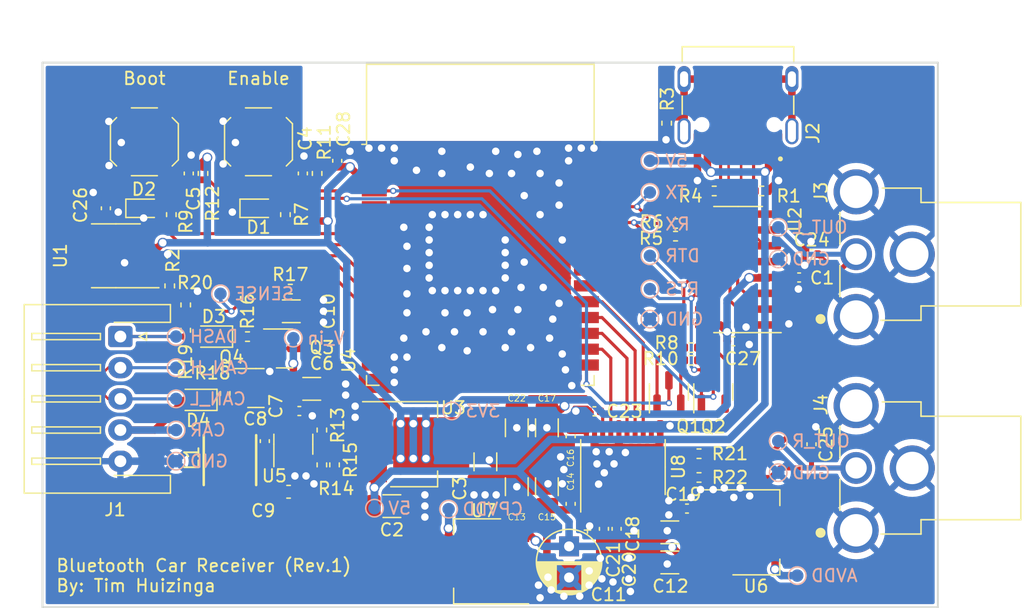
<source format=kicad_pcb>
(kicad_pcb (version 20211014) (generator pcbnew)
  (layers (0 "F.Cu" signal) (31 "B.Cu" signal) (34 "B.Paste" user) (35 "F.Paste" user) (36 "B.SilkS" user "B.Silkscreen") (37 "F.SilkS" user "F.Silkscreen") (38 "B.Mask" user) (39 "F.Mask" user) (44 "Edge.Cuts" user))
  (net 0 "")
  (net 1 "+5V")
  (net 2 "GND")
  (net 3 "+3V3")
  (net 4 "/Audio/CPVDD")
  (net 5 "/Audio/AVDD")
  (net 14 "Net-(J2-PadS1)")
  (net 15 "Net-(R2-Pad2)")
  (net 16 "/CTX")
  (net 17 "/CRX")
  (net 22 "/DATA")
  (net 23 "/WS")
  (net 24 "/BCK")
  (net 35 "Net-(C8-Pad1)")
  (net 36 "Net-(J2-PadA5)")
  (net 37 "/D+")
  (net 38 "/D-")
  (net 39 "Net-(J2-PadB5)")
  (net 40 "/RX")
  (net 41 "Net-(R5-Pad2)")
  (net 42 "/TX")
  (net 43 "Net-(R6-Pad2)")
  (net 44 "/RTS")
  (net 45 "/DTR")
  (net 46 "/EN")
  (net 47 "/BOOT")
  (net 48 "/V_in")
  (net 49 "Net-(C8-Pad2)")
  (net 50 "Net-(C10-Pad1)")
  (net 51 "Net-(C20-Pad2)")
  (net 52 "Net-(C21-Pad2)")
  (net 53 "Net-(C22-Pad1)")
  (net 54 "Net-(D1-Pad2)")
  (net 55 "Net-(D2-Pad2)")
  (net 56 "/DASH")
  (net 57 "Net-(D3-Pad1)")
  (net 58 "Net-(D4-Pad1)")
  (net 59 "/CAR")
  (net 60 "Net-(Q1-Pad2)")
  (net 61 "Net-(Q2-Pad2)")
  (net 62 "Net-(Q3-Pad3)")
  (net 63 "/MODE")
  (net 64 "/BLUE")
  (net 65 "Net-(R13-Pad2)")
  (net 66 "Net-(R14-Pad1)")
  (net 67 "/OUT_R")
  (net 68 "/OUT_L")
  (net 73 "/MUTE")
  (net 77 "/Sense")
  (net 81 "Net-(R21-Pad2)")
  (net 82 "Net-(R22-Pad1)")
  (net 83 "/CAN+")
  (net 84 "/CAN-")
  (footprint "Diode_SMD:D_SOD-323" (layer "F.Cu") (at 64.239 127.64 180)
    (fp_text reference "D3")
    (fp_text value "1N5819WS")
  )
  (footprint "Resistor_SMD:R_0402_1005Metric" (layer "F.Cu") (at 108.152 115.9593 180)
    (fp_text reference "R1")
    (fp_text value "5.1k")
  )
  (footprint "Capacitor_SMD:C_1206_3216Metric" (layer "F.Cu") (at 72.087 131.8315)
    (fp_text reference "C6")
    (fp_text value "22u")
  )
  (footprint "Capacitor_SMD:C_0402_1005Metric" (layer "F.Cu") (at 62.23 114.554 90)
    (fp_text reference "C5")
    (fp_text value "100n")
  )
  (footprint "Resistor_SMD:R_0402_1005Metric" (layer "F.Cu") (at 72.898 137.9275 -90)
    (fp_text reference "R14")
    (fp_text value "24k")
  )
  (footprint "LED_SMD:LED_0603_1608Metric" (layer "F.Cu") (at 67.818 117.348)
    (fp_text reference "D1")
    (fp_text value "Green")
  )
  (footprint "Button_Switch_SMD:SW_SPST_SKQG_WithStem" (layer "F.Cu") (at 67.818 112.014 90)
    (fp_text reference "SW1" hide)
    (fp_text value "Enable")
  )
  (footprint "Capacitor_SMD:C_0603_1608Metric" (layer "F.Cu") (at 70.231 140.0865)
    (fp_text reference "C9")
    (fp_text value "22uF")
  )
  (footprint "Resistor_SMD:R_0402_1005Metric" (layer "F.Cu") (at 63.373 114.554 90)
    (fp_text reference "R12")
    (fp_text value "10k")
  )
  (footprint "Capacitor_SMD:C_0402_1005Metric" (layer "F.Cu") (at 92.837 135.637 -90)
    (fp_text reference "C16")
    (fp_text value "100n")
  )
  (footprint "Package_TO_SOT_SMD:SOT-223-3_TabPin2" (layer "F.Cu") (at 85.369 145.669 180)
    (fp_text reference "U7")
    (fp_text value "AMS1117-3.3")
  )
  (footprint "Resistor_SMD:R_0402_1005Metric" (layer "F.Cu") (at 69.977 117.856 90)
    (fp_text reference "R7")
    (fp_text value "1k")
  )
  (footprint "Capacitor_SMD:C_1206_3216Metric" (layer "F.Cu") (at 88.519 134.952 -90)
    (fp_text reference "C22")
    (fp_text value "10u")
  )
  (footprint "Resistor_SMD:R_0402_1005Metric" (layer "F.Cu") (at 101.2432 118.5672)
    (fp_text reference "R6")
    (fp_text value "1k")
  )
  (footprint "Capacitor_SMD:C_0402_1005Metric" (layer "F.Cu") (at 68.326 136.0225 90)
    (fp_text reference "C8")
    (fp_text value "100n")
  )
  (footprint "Capacitor_SMD:C_0402_1005Metric" (layer "F.Cu") (at 92.837 141.056 -90)
    (fp_text reference "C14")
    (fp_text value "100n")
  )
  (footprint "Capacitor_SMD:C_0402_1005Metric" (layer "F.Cu") (at 94.742 133.633)
    (fp_text reference "C23")
    (fp_text value "100n")
  )
  (footprint "Resistor_SMD:R_0402_1005Metric" (layer "F.Cu") (at 61.987 125.1 90)
    (fp_text reference "R20")
    (fp_text value "20k")
  )
  (footprint "Package_TO_SOT_SMD:SOT-223-3_TabPin2" (layer "F.Cu") (at 107.6946 143.3394)
    (fp_text reference "U6")
    (fp_text value "AMS1117-3.3")
  )
  (footprint "Capacitor_SMD:C_1206_3216Metric" (layer "F.Cu") (at 70.447 125.608)
    (fp_text reference "C10")
    (fp_text value "22u")
  )
  (footprint "Package_SO:TSSOP-20_4.4x6.5mm_P0.65mm" (layer "F.Cu") (at 97.028 138.107 90)
    (fp_text reference "U8")
    (fp_text value "PCM5102A")
  )
  (footprint "Capacitor_SMD:C_0402_1005Metric" (layer "F.Cu") (at 95.504 143.06 90)
    (fp_text reference "C21")
    (fp_text value "2.2u")
  )
  (footprint "Capacitor_SMD:C_1206_3216Metric" (layer "F.Cu") (at 78.511 141.238)
    (fp_text reference "C2")
    (fp_text value "10u")
  )
  (footprint "Package_TO_SOT_SMD:SOT-23" (layer "F.Cu") (at 104.267 132.08 90)
    (fp_text reference "Q2")
    (fp_text value "S8050")
  )
  (footprint "RF_Module:ESP32-WROOM-32" (layer "F.Cu") (at 85.598 121.666)
    (fp_text reference "U4")
    (fp_text value "ESP32-WROOM-32E")
  )
  (footprint "Package_TO_SOT_SMD:SOT-23" (layer "F.Cu") (at 100.711 132.08 90)
    (fp_text reference "Q1")
    (fp_text value "S8050")
  )
  (footprint "Capacitor_SMD:C_1206_3216Metric" (layer "F.Cu") (at 88.519 139.68 90)
    (fp_text reference "C13")
    (fp_text value "10u")
  )
  (footprint "Resistor_SMD:R_0402_1005Metric" (layer "F.Cu") (at 72.517 114.554 90)
    (fp_text reference "R11")
    (fp_text value "10k")
  )
  (footprint "RCJ-013:CUI_RCJ-013" (layer "F.Cu") (at 121.666 121.031 180)
    (fp_text reference "J3")
    (fp_text value "Left")
  )
  (footprint "Resistor_SMD:R_0402_1005Metric" (layer "F.Cu") (at 66.938 127.64 180)
    (fp_text reference "R16")
    (fp_text value "1k")
  )
  (footprint "Capacitor_SMD:C_1206_3216Metric" (layer "F.Cu") (at 90.932 139.68 90)
    (fp_text reference "C15")
    (fp_text value "10u")
  )
  (footprint "Resistor_SMD:R_0402_1005Metric" (layer "F.Cu") (at 102.489 129.54)
    (fp_text reference "R10")
    (fp_text value "10k")
  )
  (footprint "Package_TO_SOT_SMD:SOT-23-6" (layer "F.Cu") (at 70.612 136.271 90)
    (fp_text reference "U5")
    (fp_text value "TP6841S6-A")
  )
  (footprint "Resistor_SMD:R_0402_1005Metric" (layer "F.Cu") (at 72.898 135.1335 -90)
    (fp_text reference "R13")
    (fp_text value "100k")
  )
  (footprint "Capacitor_SMD:C_0402_1005Metric" (layer "F.Cu") (at 55.588 117.348 90)
    (fp_text reference "C26")
    (fp_text value "100n")
  )
  (footprint "Resistor_SMD:R_0402_1005Metric" (layer "F.Cu") (at 61.987 127.132 90)
    (fp_text reference "R19")
    (fp_text value "68k")
  )
  (footprint "Resistor_SMD:R_0402_1005Metric" (layer "F.Cu") (at 60.706 123.571 -90)
    (fp_text reference "R2")
    (fp_text value "10k")
  )
  (footprint "Capacitor_SMD:C_1206_3216Metric" (layer "F.Cu") (at 100.7836 143.3394 180)
    (fp_text reference "C18")
    (fp_text value "10u")
  )
  (footprint "Package_TO_SOT_SMD:SOT-23" (layer "F.Cu") (at 69.9095 128.59)
    (fp_text reference "Q3")
    (fp_text value "AO3400A")
  )
  (footprint "LED_SMD:LED_0603_1608Metric" (layer "F.Cu") (at 58.674 117.348)
    (fp_text reference "D2")
    (fp_text value "Blue")
  )
  (footprint "Package_TO_SOT_SMD:SOT-23" (layer "F.Cu") (at 67.6125 131.765)
    (fp_text reference "Q4")
    (fp_text value "AO3401A")
  )
  (footprint "RCJ-013:CUI_RCJ-013" (layer "F.Cu") (at 121.666 138.176 180)
    (fp_text reference "J4")
    (fp_text value "Right")
  )
  (footprint "Diode_SMD:D_SOD-323" (layer "F.Cu") (at 62.992 132.715 180)
    (fp_text reference "D4")
    (fp_text value "1N5819WS")
  )
  (footprint "Capacitor_SMD:C_1206_3216Metric" (layer "F.Cu") (at 86.004 137.682 -90)
    (fp_text reference "C3")
    (fp_text value "10u")
  )
  (footprint "Resistor_SMD:R_0402_1005Metric" (layer "F.Cu") (at 70.369 123.83)
    (fp_text reference "R17")
    (fp_text value "100k")
  )
  (footprint "custom:IND-SMD_L4.0-W4.0_FNR40XXS" (layer "F.Cu") (at 65.532 137.5465 -90)
    (fp_text reference "L1")
    (fp_text value "75u" hide)
  )
  (footprint "Capacitor_SMD:C_0402_1005Metric" (layer "F.Cu") (at 102.1596 141.4344 180)
    (fp_text reference "C19")
    (fp_text value "100n")
  )
  (footprint "Resistor_SMD:R_0402_1005Metric" (layer "F.Cu") (at 103.124 138.938)
    (fp_text reference "R22")
    (fp_text value "470")
  )
  (footprint "Capacitor_SMD:C_0402_1005Metric" (layer "F.Cu") (at 74.13 113.538 90)
    (fp_text reference "C28")
    (fp_text value "100n")
  )
  (footprint "Capacitor_THT:CP_Radial_D5.0mm_P2.50mm" (layer "F.Cu") (at 92.71 144.463888 -90)
    (fp_text reference "C11")
    (fp_text value "470u")
  )
  (footprint "Connector_JST:JST_XH_S5B-XH-A-1_1x05_P2.50mm_Horizontal" (layer "F.Cu") (at 56.7504 127.635 -90)
    (fp_text reference "J1")
    (fp_text value "Conn_01x05_Male")
  )
  (footprint "Resistor_SMD:R_0402_1005Metric" (layer "F.Cu") (at 100.532 110.5223 -90)
    (fp_text reference "R3")
    (fp_text value "1M")
  )
  (footprint "Package_TO_SOT_SMD:SOT-223-3_TabPin2" (layer "F.Cu") (at 80.264 136.271)
    (fp_text reference "U3")
    (fp_text value "AMS1117-3.3")
  )
  (footprint "Capacitor_SMD:C_1206_3216Metric" (layer "F.Cu") (at 90.932 134.952 -90)
    (fp_text reference "C17")
    (fp_text value "10u")
  )
  (footprint "Resistor_SMD:R_0402_1005Metric" (layer "F.Cu") (at 102.489 128.524)
    (fp_text reference "R8")
    (fp_text value "10k")
  )
  (footprint "Capacitor_SMD:C_0402_1005Metric" (layer "F.Cu") (at 112.141 121.031)
    (fp_text reference "C24")
    (fp_text value "2.2n")
  )
  (footprint "Capacitor_SMD:C_0402_1005Metric" (layer "F.Cu") (at 111.148 122.897781 180)
    (fp_text reference "C1")
    (fp_text value "100n")
  )
  (footprint "Resistor_SMD:R_0402_1005Metric" (layer "F.Cu") (at 65.151 132.205 90)
    (fp_text reference "R18")
    (fp_text value "100k")
  )
  (footprint "Button_Switch_SMD:SW_SPST_SKQG_WithStem" (layer "F.Cu") (at 58.674 112.014 90)
    (fp_text reference "SW2" hide)
    (fp_text value "Boot")
  )
  (footprint "Resistor_SMD:R_0402_1005Metric" (layer "F.Cu") (at 101.2432 119.5832)
    (fp_text reference "R5")
    (fp_text value "1k")
  )
  (footprint "Resistor_SMD:R_0402_1005Metric" (layer "F.Cu") (at 73.914 137.9275 -90)
    (fp_text reference "R15")
    (fp_text value "120k")
  )
  (footprint "Capacitor_SMD:C_0402_1005Metric" (layer "F.Cu") (at 112.141 136.271 -90)
    (fp_text reference "C25")
    (fp_text value "2.2n")
  )
  (footprint "Capacitor_SMD:C_0402_1005Metric" (layer "F.Cu") (at 71.092 133.6095 180)
    (fp_text reference "C7")
    (fp_text value "100n")
  )
  (footprint "Resistor_SMD:R_0402_1005Metric" (layer "F.Cu") (at 104.342 115.9593 180)
    (fp_text reference "R4")
    (fp_text value "5.1k")
  )
  (footprint "Package_SO:SOIC-16_3.9x9.9mm_P1.27mm" (layer "F.Cu") (at 106.257 122.262781 180)
    (fp_text reference "U2")
    (fp_text value "CH340C")
  )
  (footprint "Capacitor_SMD:C_1206_3216Metric" (layer "F.Cu") (at 100.7836 145.7524 180)
    (fp_text reference "C12")
    (fp_text value "10u")
  )
  (footprint "31-M-12:HRO_TYPE-C-31-M-12" (layer "F.Cu") (at 106.247 106.9848 180)
    (fp_text reference "J2")
    (fp_text value "USB-C")
  )
  (footprint "Resistor_SMD:R_0402_1005Metric" (layer "F.Cu") (at 60.833 117.856 90)
    (fp_text reference "R9")
    (fp_text value "1k")
  )
  (footprint "Package_SO:SOIC-8_3.9x4.9mm_P1.27mm" (layer "F.Cu") (at 56.388 121.158 180)
    (fp_text reference "U1")
    (fp_text value "SN65HVD230")
  )
  (footprint "Resistor_SMD:R_0402_1005Metric" (layer "F.Cu") (at 103.124 137.033 180)
    (fp_text reference "R21")
    (fp_text value "470")
  )
  (footprint "Capacitor_SMD:C_0402_1005Metric" (layer "F.Cu") (at 105.88 128.016)
    (fp_text reference "C27")
    (fp_text value "100n")
  )
  (footprint "Capacitor_SMD:C_0402_1005Metric" (layer "F.Cu") (at 96.52 143.06 90)
    (fp_text reference "C20")
    (fp_text value "2.2u")
  )
  (footprint "Capacitor_SMD:C_0402_1005Metric" (layer "F.Cu") (at 71.374 114.554 90)
    (fp_text reference "C4")
    (fp_text value "100n")
  )
  (footprint "TestPoint:TestPoint_Pad_D1.0mm" (layer "B.Cu") (at 99.187 126.238 180)
    (fp_text reference "TP19" hide)
    (fp_text value "GND")
  )
  (footprint "TestPoint:TestPoint_Pad_D1.0mm" (layer "B.Cu") (at 99.187 113.538 -90)
    (fp_text reference "TP18" hide)
    (fp_text value "5V")
  )
  (footprint "TestPoint:TestPoint_Pad_D1.0mm" (layer "B.Cu") (at 99.187 118.618 -90)
    (fp_text reference "TP14" hide)
    (fp_text value "RX")
  )
  (footprint "TestPoint:TestPoint_Pad_D1.0mm" (layer "B.Cu") (at 99.187 116.078 -90)
    (fp_text reference "TP15" hide)
    (fp_text value "TX")
  )
  (footprint "TestPoint:TestPoint_Pad_D1.0mm" (layer "B.Cu") (at 99.187 121.158 -90)
    (fp_text reference "TP16" hide)
    (fp_text value "DTR")
  )
  (footprint "TestPoint:TestPoint_Pad_D1.0mm" (layer "B.Cu") (at 109.474 121.412 -90)
    (fp_text reference "TP8" hide)
    (fp_text value "GND")
  )
  (footprint "TestPoint:TestPoint_Pad_D1.0mm" (layer "B.Cu") (at 83.312 133.604 -90)
    (fp_text reference "TP2" hide)
    (fp_text value "3V3")
  )
  (footprint "TestPoint:TestPoint_Pad_D1.0mm" (layer "B.Cu") (at 109.474 118.872 -90)
    (fp_text reference "TP9" hide)
    (fp_text value "OUT_L")
  )
  (footprint "TestPoint:TestPoint_Pad_D1.0mm" (layer "B.Cu") (at 61.214 135.135 -90)
    (fp_text reference "TP5" hide)
    (fp_text value "CAR")
  )
  (footprint "TestPoint:TestPoint_Pad_D1.0mm" (layer "B.Cu") (at 61.214 130.135 -90)
    (fp_text reference "TP12" hide)
    (fp_text value "CAN_H")
  )
  (footprint "TestPoint:TestPoint_Pad_D1.0mm" (layer "B.Cu") (at 61.214 132.635 -90)
    (fp_text reference "TP13" hide)
    (fp_text value "CAN_L")
  )
  (footprint "TestPoint:TestPoint_Pad_D1.0mm" (layer "B.Cu") (at 99.187 123.825 -90)
    (fp_text reference "TP17" hide)
    (fp_text value "RTS")
  )
  (footprint "TestPoint:TestPoint_Pad_D1.0mm" (layer "B.Cu") (at 61.214 137.635 -90)
    (fp_text reference "TP1" hide)
    (fp_text value "GND")
  )
  (footprint "TestPoint:TestPoint_Pad_D1.0mm" (layer "B.Cu") (at 110.998 146.812 -90)
    (fp_text reference "TP20" hide)
    (fp_text value "AVDD")
  )
  (footprint "TestPoint:TestPoint_Pad_D1.0mm" (layer "B.Cu") (at 83.058 141.478 -90)
    (fp_text reference "TP21" hide)
    (fp_text value "CPVDD")
  )
  (footprint "TestPoint:TestPoint_Pad_D1.0mm" (layer "B.Cu") (at 70.612 127.762 -90)
    (fp_text reference "TP4" hide)
    (fp_text value "V_in")
  )
  (footprint "TestPoint:TestPoint_Pad_D1.0mm" (layer "B.Cu") (at 109.474 136.017 -90)
    (fp_text reference "TP10" hide)
    (fp_text value "OUT_R")
  )
  (footprint "TestPoint:TestPoint_Pad_D1.0mm" (layer "B.Cu") (at 61.214 127.635 -90)
    (fp_text reference "TP6" hide)
    (fp_text value "DASH")
  )
  (footprint "TestPoint:TestPoint_Pad_D1.0mm" (layer "B.Cu") (at 77.113545 141.39987 -90)
    (fp_text reference "TP3" hide)
    (fp_text value "5V")
  )
  (footprint "TestPoint:TestPoint_Pad_D1.0mm" (layer "B.Cu") (at 64.77 124.206 -90)
    (fp_text reference "TP7" hide)
    (fp_text value "SENSE")
  )
  (footprint "TestPoint:TestPoint_Pad_D1.0mm" (layer "B.Cu") (at 109.474 138.557 -90)
    (fp_text reference "TP11" hide)
    (fp_text value "GND")
  )
  (gr_line (start 122.263 105.664) (end 50.508 105.664) (layer "Edge.Cuts") (width 0.15))
  (gr_line (start 122.263 149.352) (end 122.263 105.664) (layer "Edge.Cuts") (width 0.15))
  (gr_line (start 50.508 149.352) (end 122.263 149.352) (layer "Edge.Cuts") (width 0.15))
  (gr_line (start 50.508 105.664) (end 50.508 149.352) (layer "Edge.Cuts") (width 0.15))
  (gr_text "Bluetooth Car Receiver (Rev.1)\nBy: Tim Huizinga" (at 51.524 146.812) (layer "F.SilkS") (effects (font (size 1 1)) (justify left)))
  (segment (start 103.797 112.0798) (end 103.797 114.1443) (width 0.6) (layer "F.Cu") (net 1))
  (segment (start 104.4316 145.7524) (end 104.5446 145.6394) (width 0.6) (layer "F.Cu") (net 1))
  (segment (start 108.697 112.0798) (end 108.697 114.1443) (width 0.6) (layer "F.Cu") (net 1))
  (segment (start 69.977 141.351) (end 73.914 141.351) (width 0.6) (layer "F.Cu") (net 1))
  (segment (start 76.923 141.351) (end 77.036 141.238) (width 0.6) (layer "F.Cu") (net 1))
  (segment (start 77.114 138.571) (end 77.114 141.16) (width 0.6) (layer "F.Cu") (net 1))
  (segment (start 103.797 114.1443) (end 104.088 114.4353) (width 0.6) (layer "F.Cu") (net 1))
  (segment (start 108.697 114.1443) (end 108.406 114.4353) (width 0.6) (layer "F.Cu") (net 1))
  (segment (start 102.2586 145.7524) (end 102.1914 145.7524) (width 0.6) (layer "F.Cu") (net 1))
  (segment (start 69.456 140.0865) (end 69.456 140.83) (width 0.6) (layer "F.Cu") (net 1))
  (segment (start 69.456 140.83) (end 69.977 141.351) (width 0.6) (layer "F.Cu") (net 1))
  (segment (start 77.114 141.16) (end 77.036 141.238) (width 0.6) (layer "F.Cu") (net 1))
  (segment (start 102.1914 145.7524) (end 100.965 144.526) (width 0.6) (layer "F.Cu") (net 1))
  (segment (start 102.2586 145.7524) (end 104.4316 145.7524) (width 0.6) (layer "F.Cu") (net 1))
  (segment (start 73.914 141.351) (end 76.923 141.351) (width 0.6) (layer "F.Cu") (net 1))
  (segment (start 73.914 138.4375) (end 73.914 141.351) (width 0.25) (layer "F.Cu") (net 1))
  (segment (start 88.519 143.369) (end 88.519 141.155) (width 0.6) (layer "F.Cu") (net 1))
  (segment (start 88.519 143.369) (end 89.3835 143.369) (width 0.6) (layer "F.Cu") (net 1))
  (segment (start 89.3835 143.369) (end 90.0325 144.018) (width 0.6) (layer "F.Cu") (net 1))
  (via (at 104.088 114.4353) (size 0.8) (drill 0.6) (layers "F.Cu" "B.Cu") (net 1))
  (via (at 108.406 114.4353) (size 0.8) (drill 0.6) (layers "F.Cu" "B.Cu") (net 1))
  (via (at 90.0325 144.018) (size 0.8) (drill 0.6) (layers "F.Cu" "B.Cu") (net 1))
  (via (at 77.114 139.764) (size 0.8) (drill 0.6) (layers "F.Cu" "B.Cu") (net 1))
  (via (at 100.965 144.526) (size 0.8) (drill 0.6) (layers "F.Cu" "B.Cu") (net 1))
  (segment (start 77.113545 141.39987) (end 77.113545 139.74887) (width 0.6) (layer "B.Cu") (net 1))
  (segment (start 100.902888 144.463888) (end 92.71 144.463888) (width 0.6) (layer "B.Cu") (net 1))
  (segment (start 108.406 114.4353) (end 104.088 114.4353) (width 0.6) (layer "B.Cu") (net 1))
  (segment (start 90.615888 144.463888) (end 92.71 144.463888) (width 0.6) (layer "B.Cu") (net 1))
  (segment (start 90.17 144.018) (end 90.615888 144.463888) (width 0.6) (layer "B.Cu") (net 1))
  (segment (start 91.186 135.89) (end 105.537 135.89) (width 0.6) (layer "B.Cu") (net 1))
  (segment (start 88.646 138.43) (end 79.21 138.43) (width 0.6) (layer "B.Cu") (net 1))
  (segment (start 92.71 144.463888) (end 92.71 142.494) (width 0.6) (layer "B.Cu") (net 1))
  (segment (start 77.114 139.764) (end 78.448 138.43) (width 0.6) (layer "B.Cu") (net 1))
  (segment (start 88.646 138.43) (end 91.186 135.89) (width 0.6) (layer "B.Cu") (net 1))
  (segment (start 108.406 133.021) (end 108.406 114.4353) (width 0.6) (layer "B.Cu") (net 1))
  (segment (start 92.71 142.494) (end 88.646 138.43) (width 0.6) (layer "B.Cu") (net 1))
  (segment (start 78.448 138.43) (end 79.21 138.43) (width 0.6) (layer "B.Cu") (net 1))
  (segment (start 103.1907 113.538) (end 99.187 113.538) (width 0.6) (layer "B.Cu") (net 1))
  (segment (start 104.088 114.4353) (end 103.1907 113.538) (width 0.6) (layer "B.Cu") (net 1))
  (segment (start 100.965 144.526) (end 100.902888 144.463888) (width 0.6) (layer "B.Cu") (net 1))
  (segment (start 90.0325 144.018) (end 90.17 144.018) (width 0.6) (layer "B.Cu") (net 1))
  (segment (start 105.537 135.89) (end 108.406 133.021) (width 0.6) (layer "B.Cu") (net 1))
  (segment (start 109.497 115.1243) (end 108.662 115.9593) (width 0.6) (layer "F.Cu") (net 2))
  (segment (start 100.403 134.7945) (end 100.00252 135.19498) (width 0.6) (layer "F.Cu") (net 2))
  (segment (start 56.807 110.092) (end 56.113 110.092) (width 0.6) (layer "F.Cu") (net 2))
  (segment (start 57.1628 121.793) (end 57.0866 121.7168) (width 0.6) (layer "F.Cu") (net 2))
  (segment (start 56.824 114.266) (end 56.189 114.266) (width 0.6) (layer "F.Cu") (net 2))
  (segment (start 62.23 114.074) (end 62.23 113.2714) (width 0.6) (layer "F.Cu") (net 2))
  (segment (start 112.141 135.791) (end 112.141 135.217) (width 0.6) (layer "F.Cu") (net 2))
  (segment (start 59.779 121.793) (end 60.541 121.031) (width 0.6) (layer "F.Cu") (net 2))
  (segment (start 111.628 123.284) (end 111.087 123.825) (width 0.6) (layer "F.Cu") (net 2))
  (segment (start 102.997 115.1243) (end 103.832 115.9593) (width 0.6) (layer "F.Cu") (net 2))
  (segment (start 58.863 121.793) (end 59.779 121.793) (width 0.6) (layer "F.Cu") (net 2))
  (segment (start 111.595 121.097) (end 111.661 121.031) (width 0.6) (layer "F.Cu") (net 2))
  (segment (start 86.004 139.157) (end 87.567 139.157) (width 0.6) (layer "F.Cu") (net 2))
  (segment (start 112.141 135.217) (end 112.484 134.874) (width 0.6) (layer "F.Cu") (net 2))
  (segment (start 65.968 110.075) (end 65.274 110.075) (width 0.6) (layer "F.Cu") (net 2))
  (segment (start 56.5786 117.6528) (end 56.8834 117.348) (width 0.6) (layer "F.Cu") (net 2))
  (segment (start 87.567 139.157) (end 88.519 138.205) (width 0.6) (layer "F.Cu") (net 2))
  (segment (start 65.333 114.139) (end 64.986 113.792) (width 0.6) (layer "F.Cu") (net 2))
  (segment (start 55.362 116.868) (end 54.572 116.078) (width 0.6) (layer "F.Cu") (net 2))
  (segment (start 71.572 133.6095) (end 71.746402 133.6095) (width 0.6) (layer "F.Cu") (net 2))
  (segment (start 65.968 114.139) (end 65.968 115.114) (width 0.6) (layer "F.Cu") (net 2))
  (segment (start 88.519 138.205) (end 86.9965 138.205) (width 0.6) (layer "F.Cu") (net 2))
  (segment (start 65.968 108.914) (end 65.968 110.075) (width 0.6) (layer "F.Cu") (net 2))
  (segment (start 100.532 111.796781) (end 100.48 111.848781) (width 0.6) (layer "F.Cu") (net 2))
  (segment (start 94.3556 142.302249) (end 94.9906 141.667249) (width 0.6) (layer "F.Cu") (net 2))
  (segment (start 56.824 108.914) (end 56.824 115.114) (width 0.6) (layer "F.Cu") (net 2))
  (segment (start 57.8865 117.348) (end 57.8865 117.400442) (width 0.6) (layer "F.Cu") (net 2))
  (segment (start 58.863 121.793) (end 57.1628 121.793) (width 0.6) (layer "F.Cu") (net 2))
  (segment (start 74.13 113.058) (end 74.864 113.058) (width 0.6) (layer "F.Cu") (net 2))
  (segment (start 109.497 112.0798) (end 109.497 115.1243) (width 0.6) (layer "F.Cu") (net 2))
  (segment (start 55.588 116.868) (end 55.362 116.868) (width 0.6) (layer "F.Cu") (net 2))
  (segment (start 94.3556 142.8314) (end 94.3556 142.302249) (width 0.6) (layer "F.Cu") (net 2))
  (segment (start 111.628 122.897781) (end 111.628 121.953) (width 0.6) (layer "F.Cu") (net 2))
  (segment (start 107.15 127.127) (end 106.896 126.873) (width 0.6) (layer "F.Cu") (net 2))
  (segment (start 66.0274 117.348) (end 65.7226 117.6528) (width 0.6) (layer "F.Cu") (net 2))
  (segment (start 65.968 114.139) (end 65.333 114.139) (width 0.6) (layer "F.Cu") (net 2))
  (segment (start 75.4 112.522) (end 75.146 112.776) (width 0.6) (layer "F.Cu") (net 2))
  (segment (start 65.274 110.075) (end 64.986 110.363) (width 0.6) (layer "F.Cu") (net 2))
  (segment (start 106.896 128.016) (end 107.15 128.27) (width 0.6) (layer "F.Cu") (net 2))
  (segment (start 68.972 130.182) (end 68.72 130.434) (width 0.6) (layer "F.Cu") (net 2))
  (segment (start 110.236219 126.707781) (end 110.325 126.619) (width 0.6) (layer "F.Cu") (net 2))
  (segment (start 71.922 125.608) (end 71.922 124.873) (width 0.6) (layer "F.Cu") (net 2))
  (segment (start 100.403 134.7945) (end 100.798 134.7945) (width 0.6) (layer "F.Cu") (net 2))
  (segment (start 111.628 121.953) (end 111.595 121.92) (width 0.6) (layer "F.Cu") (net 2))
  (segment (start 86.9965 138.205) (end 86.322 137.5305) (width 0.6) (layer "F.Cu") (net 2))
  (segment (start 57.8865 117.400442) (end 58.614216 118.128158) (width 0.6) (layer "F.Cu") (net 2))
  (segment (start 74.864 113.058) (end 75.146 112.776) (width 0.6) (layer "F.Cu") (net 2))
  (segment (start 111.661 120.457) (end 112.103 120.015) (width 0.6) (layer "F.Cu") (net 2))
  (segment (start 71.746402 133.6095) (end 72.131701 133.994799) (width 0.6) (layer "F.Cu") (net 2))
  (segment (start 62.23 113.2714) (end 62.4206 113.0808) (width 0.6) (layer "F.Cu") (net 2))
  (segment (start 56.4034 116.868) (end 56.8834 117.348) (width 0.6) (layer "F.Cu") (net 2))
  (segment (start 56.189 114.266) (end 55.842 113.919) (width 0.6) (layer "F.Cu") (net 2))
  (segment (start 71.374 113.246) (end 71.463 113.157) (width 0.6) (layer "F.Cu") (net 2))
  (segment (start 100.00252 135.19498) (end 100.00252 135.2445) (width 0.6) (layer "F.Cu") (net 2))
  (segment (start 95.0642 143.54) (end 94.3556 142.8314) (width 0.6) (layer "F.Cu") (net 2))
  (segment (start 67.0305 117.348) (end 66.0274 117.348) (width 0.6) (layer "F.Cu") (net 2))
  (segment (start 111.628 122.897781) (end 111.628 123.284) (width 0.6) (layer "F.Cu") (net 2))
  (segment (start 111.595 121.92) (end 111.595 121.097) (width 0.6) (layer "F.Cu") (net 2))
  (segment (start 107.15 128.27) (end 107.15 127.127) (width 0.6) (layer "F.Cu") (net 2))
  (segment (start 107.061219 126.707781) (end 106.896 126.873) (width 0.6) (layer "F.Cu") (net 2))
  (segment (start 108.732 126.707781) (end 110.236219 126.707781) (width 0.6) (layer "F.Cu") (net 2))
  (segment (start 106.36 128.016) (end 106.896 128.016) (width 0.6) (layer "F.Cu") (net 2))
  (segment (start 111.661 121.031) (end 111.661 120.457) (width 0.6) (layer "F.Cu") (net 2))
  (segment (start 106.896 127.48) (end 106.36 128.016) (width 0.6) (layer "F.Cu") (net 2))
  (segment (start 65.968 110.075) (end 65.968 114.139) (width 0.6) (layer "F.Cu") (net 2))
  (segment (start 56.113 110.092) (end 55.825 110.38) (width 0.6) (layer "F.Cu") (net 2))
  (segment (start 106.896 126.873) (end 106.896 127.48) (width 0.6) (layer "F.Cu") (net 2))
  (segment (start 61.987 124.59) (end 62.3414 124.59) (width 0.6) (layer "F.Cu") (net 2))
  (segment (start 108.732 126.707781) (end 107.061219 126.707781) (width 0.6) (layer "F.Cu") (net 2))
  (segment (start 95.504 143.54) (end 95.0642 143.54) (width 0.6) (layer "F.Cu") (net 2))
  (segment (start 76.67 112.522) (end 75.4 112.522) (width 0.6) (layer "F.Cu") (net 2))
  (segment (start 100.532 111.0323) (end 100.532 111.796781) (width 0.6) (layer "F.Cu") (net 2))
  (segment (start 55.588 116.868) (end 56.4034 116.868) (width 0.6) (layer "F.Cu") (net 2))
  (segment (start 71.922 124.873) (end 70.879 123.83) (width 0.6) (layer "F.Cu") (net 2))
  (segment (start 71.374 114.074) (end 71.374 113.246) (width 0.6) (layer "F.Cu") (net 2))
  (segment (start 68.972 129.54) (end 68.972 130.182) (width 0.6) (layer "F.Cu") (net 2))
  (segment (start 102.997 112.0798) (end 102.997 115.1243) (width 0.6) (layer "F.Cu") (net 2))
  (segment (start 62.3414 124.59) (end 62.9286 124.0028) (width 0.6) (layer "F.Cu") (net 2))
  (segment (start 92.837 140.576) (end 92.837 140.119) (width 0.6) (layer "F.Cu") (net 2))
  (segment (start 57.8865 117.348) (end 56.8834 117.348) (width 0.6) (layer "F.Cu") (net 2))
  (via (at 79.464 127.762) (size 0.8) (drill 0.6) (layers "F.Cu" "B.Cu") (net 2))
  (via (at 76.67 112.522) (size 0.8) (drill 0.6) (layers "F.Cu" "B.Cu") (net 2))
  (via (at 81.75 117.856) (size 0.8) (drill 0.6) (layers "F.Cu" "B.Cu") (net 2))
  (via (at 87.592 120.904) (size 0.8) (drill 0.6) (layers "F.Cu" "B.Cu") (net 2))
  (via (at 88.1 114.554) (size 0.8) (drill 0.6) (layers "F.Cu" "B.Cu") (net 2))
  (via (at 88.608 113.03) (size 0.8) (drill 0.6) (layers "F.Cu" "B.Cu") (net 2))
  (via (at 89.116 121.666) (size 0.8) (drill 0.6) (layers "F.Cu" "B.Cu") (net 2))
  (via (at 85.814 127.254) (size 0.8) (drill 0.6) (layers "F.Cu" "B.Cu") (net 2))
  (via (at 95.078 139.4745) (size 0.8) (drill 0.6) (layers "F.Cu" "B.Cu") (net 2))
  (via (at 65.968 112.0734) (size 0.8) (drill 0.6) (layers "F.Cu" "B.Cu") (net 2))
  (via (at 112.103 120.015) (size 0.8) (drill 0.6) (layers "F.Cu" "B.Cu") (net 2))
  (via (at 93.688 112.522) (size 0.8) (drill 0.6) (layers "F.Cu" "B.Cu") (net 2))
  (via (at 92.926 131.572) (size 0.8) (drill 0.6) (layers "F.Cu" "B.Cu") (net 2))
  (via (at 70.739 138.8165) (size 0.8) (drill 0.6) (layers "F.Cu" "B.Cu") (net 2))
  (via (at 82.766 125.73) (size 0.8) (drill 0.6) (layers "F.Cu" "B.Cu") (net 2))
  (via (at 74.803 131.445) (size 0.8) (drill 0.6) (layers "F.Cu" "B.Cu") (net 2))
  (via (at 72.263 139.4515) (size 0.8) (drill 0.6) (layers "F.Cu" "B.Cu") (net 2))
  (via (at 102.4836 140.5454) (size 0.8) (drill 0.6) (layers "F.Cu" "B.Cu") (net 2))
  (via (at 100.5786 143.2124) (size 0.8) (drill 0.6) (layers "F.Cu" "B.Cu") (net 2))
  (via (at 88.519 134.952) (size 0.8) (drill 0.6) (layers "F.Cu" "B.Cu") (net 2))
  (via (at 90.386 117.856) (size 0.8) (drill 0.6) (layers "F.Cu" "B.Cu") (net 2))
  (via (at 92.164 129.032) (size 0.8) (drill 0.6) (layers "F.Cu" "B.Cu") (net 2))
  (via (at 97.498 147.066) (size 0.8) (drill 0.6) (layers "F.Cu" "B.Cu") (net 2))
  (via (at 79.718 120.396) (size 0.8) (drill 0.6) (layers "F.Cu" "B.Cu") (net 2))
  (via (at 94.704 112.522) (size 0.8) (drill 0.6) (layers "F.Cu" "B.Cu") (net 2))
  (via (at 54.572 116.078) (size 0.8) (drill 0.6) (layers "F.Cu" "B.Cu") (net 2))
  (via (at 85.814 123.952) (size 0.8) (drill 0.6) (layers "F.Cu" "B.Cu") (net 2))
  (via (at 92.672 112.522) (size 0.8) (drill 0.6) (layers "F.Cu" "B.Cu") (net 2))
  (via (at 95.212 145.415) (size 0.8) (drill 0.6) (layers "F.Cu" "B.Cu") (net 2))
  (via (at 56.5786 117.6528) (size 0.8) (drill 0.6) (layers "F.Cu" "B.Cu") (net 2))
  (via (at 82.512 114.554) (size 0.8) (drill 0.6) (layers "F.Cu" "B.Cu") (net 2))
  (via (at 92.672 113.538) (size 0.8) (drill 0.6) (layers "F.Cu" "B.Cu") (net 2))
  (via (at 94.3556 142.8314) (size 0.8) (drill 0.6) (layers "F.Cu" "B.Cu") (net 2))
  (via (at 100.7056 140.7994) (size 0.8) (drill 0.6) (layers "F.Cu" "B.Cu") (net 2))
  (via (at 111.087 123.825) (size 0.8) (drill 0.6) (layers "F.Cu" "B.Cu") (net 2))
  (via (at 88.862 123.698) (size 0.8) (drill 0.6) (layers "F.Cu" "B.Cu") (net 2))
  (via (at 73.025 125.603) (size 0.8) (drill 0.6) (layers "F.Cu" "B.Cu") (net 2))
  (via (at 81.496 119.888) (size 0.8) (drill 0.6) (layers "F.Cu" "B.Cu") (net 2))
  (via (at 84.798 114.046) (size 0.8) (drill 0.6) (layers "F.Cu" "B.Cu") (net 2))
  (via (at 111.595 121.92) (size 0.8) (drill 0.6) (layers "F.Cu" "B.Cu") (net 2))
  (via (at 110.325 126.619) (size 0.8) (drill 0.6) (layers "F.Cu" "B.Cu") (net 2))
  (via (at 64.986 113.792) (size 0.8) (drill 0.6) (layers "F.Cu" "B.Cu") (net 2))
  (via (at 80.48 114.3) (size 0.8) (drill 0.6) (layers "F.Cu" "B.Cu") (net 2))
  (via (at 90.386 148.59) (size 0.8) (drill 0.6) (layers "F.Cu" "B.Cu") (net 2))
  (via (at 92.164 139.446) (size 0.8) (drill 0.6) (layers "F.Cu" "B.Cu") (net 2))
  (via (at 81.153 140.335) (size 0.8) (drill 0.6) (layers "F.Cu" "B.Cu") (net 2))
  (via (at 102.997 115.1243) (size 0.8) (drill 0.6) (layers "F.Cu" "B.Cu") (net 2))
  (via (at 97.223 136.9395) (size 0.8) (drill 0.6) (layers "F.Cu" "B.Cu") (net 2))
  (via (at 73.025 126.492) (size 0.8) (drill 0.6) (layers "F.Cu" "B.Cu") (net 2))
  (via (at 90.64 123.698) (size 0.8) (drill 0.6) (layers "F.Cu" "B.Cu") (net 2))
  (via (at 84.798 117.856) (size 0.8) (drill 0.6) (layers "F.Cu" "B.Cu") (net 2))
  (via (at 86.83 112.776) (size 0.8) (drill 0.6) (layers "F.Cu" "B.Cu") (net 2))
  (via (at 91.91 115.316) (size 0.8) (drill 0.6) (layers "F.Cu" "B.Cu") (net 2))
  (via (at 79.464 118.872) (size 0.8) (drill 0.6) (layers "F.Cu" "B.Cu") (net 2))
  (via (at 81.75 123.952) (size 0.8) (drill 0.6) (layers "F.Cu" "B.Cu") (net 2))
  (via (at 71.628 138.8165) (size 0.8) (drill 0.6) (layers "F.Cu" "B.Cu") (net 2))
  (via (at 87.592 121.92) (size 0.8) (drill 0.6) (layers "F.Cu" "B.Cu") (net 2))
  (via (at 85.814 117.856) (size 0.8) (drill 0.6) (layers "F.Cu" "B.Cu") (net 2))
  (via (at 93.252672 133.613577) (size 0.8) (drill 0.6) (layers "F.Cu" "B.Cu") (net 2))
  (via (at 82.512 112.776) (size 0.8) (drill 0.6) (layers "F.Cu" "B.Cu") (net 2))
  (via (at 89.624 128.524) (size 0.8) (drill 0.6) (layers "F.Cu" "B.Cu") (net 2))
  (via (at 81.496 122.936) (size 0.8) (drill 0.6) (layers "F.Cu" "B.Cu") (net 2))
  (via (at 86.868 140.335) (size 0.8) (drill 0.6) (layers "F.Cu" "B.Cu") (net 2))
  (via (at 81.153 141.224) (size 0.8) (drill 0.6) (layers "F.Cu" "B.Cu") (net 2))
  (via (at 73.025 124.714) (size 0.8) (drill 0.6) (layers "F.Cu" "B.Cu") (net 2))
  (via (at 77.686 112.522) (size 0.8) (drill 0.6) (layers "F.Cu" "B.Cu") (net 2))
  (via (at 87.592 128.524) (size 0.8) (drill 0.6) (layers "F.Cu" "B.Cu") (net 2))
  (via (at 92.291 138.303) (size 0.8) (drill 0.6) (layers "F.Cu" "B.Cu") (net 2))
  (via (at 100.7056 141.9424) (size 0.8) (drill 0.6) (layers "F.Cu" "B.Cu") (net 2))
  (via (at 81.242 127.254) (size 0.8) (drill 0.6) (layers "F.Cu" "B.Cu") (net 2))
  (via (at 85.09 140.335) (size 0.8) (drill 0.6) (layers "F.Cu" "B.Cu") (net 2))
  (via (at 112.484 134.874) (size 0.8) (drill 0.6) (layers "F.Cu" "B.Cu") (net 2))
  (via (at 68.72 130.434) (size 0.8) (drill 0.6) (layers "F.Cu" "B.Cu") (net 2))
  (via (at 84.798 123.952) (size 0.8) (drill 0.6) (layers "F.Cu" "B.Cu") (net 2))
  (via (at 55.825 110.38) (size 0.8) (drill 0.6) (layers "F.Cu" "B.Cu") (net 2))
  (via (at 91.91 124.968) (size 0.8) (drill 0.6) (layers "F.Cu" "B.Cu") (net 2))
  (via (at 91.021 139.446) (size 0.8) (drill 0.6) (layers "F.Cu" "B.Cu") (net 2))
  (via (at 64.986 110.363) (size 0.8) (drill 0.6) (layers "F.Cu" "B.Cu") (net 2))
  (via (at 56.824 112.0734) (size 0.8) (drill 0.6) (layers "F.Cu" "B.Cu") (net 2))
  (via (at 100.798 134.7945) (size 0.8) (drill 0.6) (layers "F.Cu" "B.Cu") (net 2))
  (via (at 91.402 126.238) (size 0.8) (drill 0.6) (layers "F.Cu" "B.Cu") (net 2))
  (via (at 62.4206 113.0808) (size 0.8) (drill 0.6) (layers "F.Cu" "B.Cu") (net 2))
  (via (at 97.9116 143.2124) (size 0.8) (drill 0.6) (layers "F.Cu" "B.Cu") (net 2))
  (via (at 93.561 148.463) (size 0.8) (drill 0.6) (layers "F.Cu" "B.Cu") (net 2))
  (via (at 84.544 125.73) (size 0.8) (drill 0.6) (layers "F.Cu" "B.Cu") (net 2))
  (via (at 100.48 111.848781) (size 0.8) (drill 0.6) (layers "F.Cu" "B.Cu") (net 2))
  (via (at 106.896 126.873) (size 0.8) (drill 0.6) (layers "F.Cu" "B.Cu") (net 2))
  (via (at 94.948 137.8495) (size 0.8) (drill 0.6) (layers "F.Cu" "B.Cu") (net 2))
  (via (at 78.702 112.522) (size 0.8) (drill 0.6) (layers "F.Cu" "B.Cu") (net 2))
  (via (at 107.15 128.27) (size 0.8) (drill 0.6) (layers "F.Cu" "B.Cu") (net 2))
  (via (at 87.592 119.888) (size 0.8) (drill 0.6) (layers "F.Cu" "B.Cu") (net 2))
  (via (at 72.131701 133.994799) (size 0.8) (drill 0.6) (layers "F.Cu" "B.Cu") (net 2))
  (via (at 58.614216 118.128158) (size 0.8) (drill 0.6) (layers "F.Cu" "B.Cu") (net 2))
  (via (at 91.148 127.762) (size 0.8) (drill 0.6) (layers "F.Cu" "B.Cu") (net 2))
  (via (at 90.386 114.554) (size 0.8) (drill 0.6) (layers "F.Cu" "B.Cu") (net 2))
  (via (at 89.116 116.332) (size 0.8) (drill 0.6) (layers "F.Cu" "B.Cu") (net 2))
  (via (at 105.9126 140.5454) (size 0.8) (drill 0.6) (layers "F.Cu" "B.Cu") (net 2))
  (via (at 82.512 128.524) (size 0.8) (drill 0.6) (layers "F.Cu" "B.Cu") (net 2))
  (via (at 109.497 115.1243) (size 0.8) (drill 0.6) (layers "F.Cu" "B.Cu") (net 2))
  (via (at 104.2616 139.9104) (size 0.8) (drill 0.6) (layers "F.Cu" "B.Cu") (net 2))
  (via (at 90.132 112.776) (size 0.8) (drill 0.6) (layers "F.Cu" "B.Cu") (net 2))
  (via (at 91.275 147.955) (size 0.8) (drill 0.6) (layers "F.Cu" "B.Cu") (net 2))
  (via (at 86.322 137.5305) (size 0.8) (drill 0.6) (layers "F.Cu" "B.Cu") (net 2))
  (via (at 62.9286 124.0028) (size 0.8) (drill 0.6) (layers "F.Cu" "B.Cu") (net 2))
  (via (at 100.5786 145.8794) (size 0.8) (drill 0.6) (layers "F.Cu" "B.Cu") (net 2))
  (via (at 95.533 138.5645) (size 0.8) (drill 0.6) (layers "F.Cu" "B.Cu") (net 2))
  (via (at 95.923 136.8745) (size 0.8) (drill 0.6) (layers "F.Cu" "B.Cu") (net 2))
  (via (at 85.979 140.335) (size 0.8) (drill 0.6) (layers "F.Cu" "B.Cu") (net 2))
  (via (at 91.91 117.094) (size 0.8) (drill 0.6) (layers "F.Cu" "B.Cu") (net 2))
  (via (at 81.496 121.92) (size 0.8) (drill 0.6) (layers "F.Cu" "B.Cu") (net 2))
  (via (at 78.702 130.302) (size 0.8) (drill 0.6) (layers "F.Cu" "B.Cu") (net 2))
  (via (at 83.782 123.952) (size 0.8) (drill 0.6) (layers "F.Cu" "B.Cu") (net 2))
  (via (at 57.0866 121.7168) (size 0.8) (drill 0.6) (layers "F.Cu" "B.Cu") (net 2))
  (via (at 86.83 123.952) (size 0.8) (drill 0.6) (layers "F.Cu" "B.Cu") (net 2))
  (via (at 90.932 134.952) (size 0.8) (drill 0.6) (layers "F.Cu" "B.Cu") (net 2))
  (via (at 75.565 134.112) (size 0.8) (drill 0.6) (layers "F.Cu" "B.Cu") (net 2))
  (via (at 94.323 146.431) (size 0.8) (drill 0.6) (layers "F.Cu" "B.Cu") (net 2))
  (via (at 82.766 123.952) (size 0.8) (drill 0.6) (layers "F.Cu" "B.Cu") (net 2))
  (via (at 95.339 147.066) (size 0.8) (drill 0.6) (layers "F.Cu" "B.Cu") (net 2))
  (via (at 88.608 125.476) (size 0.8) (drill 0.6) (layers "F.Cu" "B.Cu") (net 2))
  (via (at 79.718 122.174) (size 0.8) (drill 0.6) (layers "F.Cu" "B.Cu") (net 2))
  (via (at 71.463 113.157) (size 0.8) (drill 0.6) (layers "F.Cu" "B.Cu") (net 2))
  (via (at 81.496 118.872) (size 0.8) (drill 0.6) (layers "F.Cu" "B.Cu") (net 2))
  (via (at 92.164 119.888) (size 0.8) (drill 0.6) (layers "F.Cu" "B.Cu") (net 2))
  (via (at 106.4206 139.7834) (size 0.8) (drill 0.6) (layers "F.Cu" "B.Cu") (net 2))
  (via (at 83.528 127.254) (size 0.8) (drill 0.6) (layers "F.Cu" "B.Cu") (net 2))
  (via (at 92.037 137.287) (size 0.8) (drill 0.6) (layers "F.Cu" "B.Cu") (net 2))
  (via (at 78.702 113.538) (size 0.8) (drill 0.6) (layers "F.Cu" "B.Cu") (net 2))
  (via (at 92.418 130.302) (size 0.8) (drill 0.6) (layers "F.Cu" "B.Cu") (net 2))
  (via (at 79.718 124.206) (size 0.8) (drill 0.6) (layers "F.Cu" "B.Cu") (net 2))
  (via (at 79.718 125.73) (size 0.8) (drill 0.6) (layers "F.Cu" "B.Cu") (net 2))
  (via (at 60.541 121.031) (size 0.8) (drill 0.6) (layers "F.Cu" "B.Cu") (net 2))
  (via (at 92.291 148.463) (size 0.8) (drill 0.6) (layers "F.Cu" "B.Cu") (net 2))
  (via (at 86.322 114.554) (size 0.8) (drill 0.6) (layers "F.Cu" "B.Cu") (net 2))
  (via (at 65.7226 117.6528) (size 0.8) (drill 0.6) (layers "F.Cu" "B.Cu") (net 2))
  (via (at 103.2456 139.9104) (size 0.8) (drill 0.6) (layers "F.Cu" "B.Cu") (net 2))
  (via (at 55.842 113.919) (size 0.8) (drill 0.6) (layers "F.Cu" "B.Cu") (net 2))
  (via (at 107.1826 140.4184) (size 0.8) (drill 0.6) (layers "F.Cu" "B.Cu") (net 2))
  (via (at 81.496 120.904) (size 0.8) (drill 0.6) (layers "F.Cu" "B.Cu") (net 2))
  (via (at 90.259 147.574) (size 0.8) (drill 0.6) (layers "F.Cu" "B.Cu") (net 2))
  (via (at 75.565 133.223) (size 0.8) (drill 0.6) (layers "F.Cu" "B.Cu") (net 2))
  (via (at 96.228 147.32) (size 0.8) (drill 0.6) (layers "F.Cu" "B.Cu") (net 2))
  (via (at 89.751 134.952) (size 0.8) (drill 0.6) (layers "F.Cu" "B.Cu") (net 2))
  (via (at 87.592 122.936) (size 0.8) (drill 0.6) (layers "F.Cu" "B.Cu") (net 2))
  (via (at 88.519 139.68) (size 0.8) (drill 0.6) (layers "F.Cu" "B.Cu") (net 2))
  (via (at 91.021 146.939) (size 0.8) (drill 0.6) (layers "F.Cu" "B.Cu") (net 2))
  (via (at 81.153 142.113) (size 0.8) (drill 0.6) (layers "F.Cu" "B.Cu") (net 2))
  (via (at 82.766 117.856) (size 0.8) (drill 0.6) (layers "F.Cu" "B.Cu") (net 2))
  (via (at 84.544 128.778) (size 0.8) (drill 0.6) (layers "F.Cu" "B.Cu") (net 2))
  (via (at 94.323 147.574) (size 0.8) (drill 0.6) (layers "F.Cu" "B.Cu") (net 2))
  (via (at 79.718 129.286) (size 0.8) (drill 0.6) (layers "F.Cu" "B.Cu") (net 2))
  (via (at 97.498 145.415) (size 0.8) (drill 0.6) (layers "F.Cu" "B.Cu") (net 2))
  (via (at 78.702 129.286) (size 0.8) (drill 0.6) (layers "F.Cu" "B.Cu") (net 2))
  (via (at 96.313 137.8495) (size 0.8) (drill 0.6) (layers "F.Cu" "B.Cu") (net 2))
  (via (at 83.782 117.856) (size 0.8) (drill 0.6) (layers "F.Cu" "B.Cu") (net 2))
  (via (at 97.625 148.082) (size 0.8) (drill 0.6) (layers "F.Cu" "B.Cu") (net 2))
  (via (at 94.883 136.8745) (size 0.8) (drill 0.6) (layers "F.Cu" "B.Cu") (net 2))
  (via (at 74.803 132.334) (size 0.8) (drill 0.6) (layers "F.Cu" "B.Cu") (net 2))
  (via (at 86.576 125.476) (size 0.8) (drill 0.6) (layers "F.Cu" "B.Cu") (net 2))
  (via (at 88.1 127.254) (size 0.8) (drill 0.6) (layers "F.Cu" "B.Cu") (net 2))
  (via (at 75.146 112.776) (size 0.8) (drill 0.6) (layers "F.Cu" "B.Cu") (net 2))
  (via (at 78.702 131.318) (size 0.8) (drill 0.6) (layers "F.Cu" "B.Cu") (net 2))
  (via (at 105.1506 139.7834) (size 0.8) (drill 0.6) (layers "F.Cu" "B.Cu") (net 2))
  (segment (start 56.7504 137.635) (end 61.214 137.635) (width 0.6) (layer "B.Cu") (net 2))
  (segment (start 108.732 122.897781) (end 110.668 122.897781) (width 0.6) (layer "F.Cu") (net 3))
  (segment (start 75.785 114.681) (end 77.098 114.681) (width 0.6) (layer "F.Cu") (net 3))
  (segment (start 90.932 133.477) (end 92.057982 133.477) (width 0.6) (layer "F.Cu") (net 3))
  (segment (start 56.731 120.523) (end 55.588 119.38) (width 0.6) (layer "F.Cu") (net 3))
  (segment (start 63.373 113.627) (end 63.716 113.284) (width 0.6) (layer "F.Cu") (net 3))
  (segment (start 105.372 127.988) (end 105.4 128.016) (width 0.6) (layer "F.Cu") (net 3))
  (segment (start 104.825781 126.707781) (end 105.372 127.254) (width 0.6) (layer "F.Cu") (net 3))
  (segment (start 58.863 120.523) (end 59.73629 120.523) (width 0.6) (layer "F.Cu") (net 3))
  (segment (start 72.543 114.018) (end 72.517 114.044) (width 0.6) (layer "F.Cu") (net 3))
  (segment (start 63.373 114.044) (end 63.373 113.627) (width 0.6) (layer "F.Cu") (net 3))
  (segment (start 75.148 114.044) (end 75.785 114.681) (width 0.6) (layer "F.Cu") (net 3))
  (segment (start 74.13 114.018) (end 72.543 114.018) (width 0.6) (layer "F.Cu") (net 3))
  (segment (start 58.863 120.523) (end 56.731 120.523) (width 0.6) (layer "F.Cu") (net 3))
  (segment (start 91.157 133.477) (end 92.837 135.157) (width 0.6) (layer "F.Cu") (net 3))
  (segment (start 108.693781 122.936) (end 108.732 122.897781) (width 0.6) (layer "F.Cu") (net 3))
  (segment (start 59.73629 120.523) (end 60.146753 120.112537) (width 0.6) (layer "F.Cu") (net 3))
  (segment (start 94.05348 135.19498) (end 94.05348 135.2445) (width 0.6) (layer "F.Cu") (net 3))
  (segment (start 103.782 126.707781) (end 104.825781 126.707781) (width 0.6) (layer "F.Cu") (net 3))
  (segment (start 90.932 133.477) (end 91.157 133.477) (width 0.6) (layer "F.Cu") (net 3))
  (segment (start 55.588 119.38) (end 55.588 117.828) (width 0.6) (layer "F.Cu") (net 3))
  (segment (start 75.122 114.018) (end 75.148 114.044) (width 0.6) (layer "F.Cu") (net 3))
  (segment (start 92.837 135.157) (end 94.0155 135.157) (width 0.6) (layer "F.Cu") (net 3))
  (segment (start 107.15 122.936) (end 108.693781 122.936) (width 0.6) (layer "F.Cu") (net 3))
  (segment (start 105.372 127.254) (end 105.372 127.988) (width 0.6) (layer "F.Cu") (net 3))
  (segment (start 69.977 118.366) (end 73.366 118.366) (width 0.6) (layer "F.Cu") (net 3))
  (segment (start 94.0155 135.157) (end 94.05348 135.19498) (width 0.6) (layer "F.Cu") (net 3))
  (segment (start 73.366 118.366) (end 73.368 118.364) (width 0.6) (layer "F.Cu") (net 3))
  (segment (start 74.13 114.018) (end 75.122 114.018) (width 0.6) (layer "F.Cu") (net 3))
  (segment (start 92.057982 133.477) (end 92.349482 133.1855) (width 0.6) (layer "F.Cu") (net 3))
  (via (at 80.226 137.414) (size 0.8) (drill 0.6) (layers "F.Cu" "B.Cu") (net 3))
  (via (at 60.146753 120.112537) (size 0.8) (drill 0.6) (layers "F.Cu" "B.Cu") (net 3))
  (via (at 63.716 113.284) (size 0.8) (drill 0.6) (layers "F.Cu" "B.Cu") (net 3))
  (via (at 73.368 118.364) (size 0.8) (drill 0.6) (layers "F.Cu" "B.Cu") (net 3))
  (via (at 81.242 137.414) (size 0.8) (drill 0.6) (layers "F.Cu" "B.Cu") (net 3))
  (via (at 92.349482 133.1855) (size 0.8) (drill 0.6) (layers "F.Cu" "B.Cu") (net 3))
  (via (at 79.21 134.62) (size 0.8) (drill 0.6) (layers "F.Cu" "B.Cu") (net 3))
  (via (at 81.242 134.62) (size 0.8) (drill 0.6) (layers "F.Cu" "B.Cu") (net 3))
  (via (at 79.21 137.414) (size 0.8) (drill 0.6) (layers "F.Cu" "B.Cu") (net 3))
  (via (at 107.15 122.936) (size 0.8) (drill 0.6) (layers "F.Cu" "B.Cu") (net 3))
  (via (at 80.226 134.62) (size 0.8) (drill 0.6) (layers "F.Cu" "B.Cu") (net 3))
  (via (at 105.372 127.254) (size 0.8) (drill 0.6) (layers "F.Cu" "B.Cu") (net 3))
  (via (at 75.148 114.044) (size 0.8) (drill 0.6) (layers "F.Cu" "B.Cu") (net 3))
  (segment (start 92.349482 132.90865) (end 92.544066 132.714066) (width 0.6) (layer "B.Cu") (net 3))
  (segment (start 73.368 120.083074) (end 74.892 121.607074) (width 0.6) (layer "B.Cu") (net 3))
  (segment (start 105.372 126.492) (end 105.372 127.254) (width 0.6) (layer "B.Cu") (net 3))
  (segment (start 81.242 133.604) (end 81.788 133.604) (width 0.6) (layer "B.Cu") (net 3))
  (segment (start 73.368 120.083074) (end 73.368 118.364) (width 0.6) (layer "B.Cu") (net 3))
  (segment (start 79.21 133.604) (end 80.226 133.604) (width 0.6) (layer "B.Cu") (net 3))
  (segment (start 92.544066 132.714066) (end 84.201934 132.714066) (width 0.6) (layer "B.Cu") (net 3))
  (segment (start 63.716 120.083074) (end 63.745463 120.112537) (width 0.6) (layer "B.Cu") (net 3))
  (segment (start 84.201934 132.714066) (end 83.312 133.604) (width 0.6) (layer "B.Cu") (net 3))
  (segment (start 105.372 126.492) (end 105.372 124.968) (width 0.6) (layer "B.Cu") (net 3))
  (segment (start 81.242 133.604) (end 81.242 134.62) (width 0.6) (layer "B.Cu") (net 3))
  (segment (start 95.466 133.858) (end 94.322066 132.714066) (width 0.6) (layer "B.Cu") (net 3))
  (segment (start 94.322066 132.714066) (end 92.544066 132.714066) (width 0.6) (layer "B.Cu") (net 3))
  (segment (start 81.242 134.62) (end 81.242 137.414) (width 0.6) (layer "B.Cu") (net 3))
  (segment (start 73.368 115.824) (end 73.368 118.364) (width 0.6) (layer "B.Cu") (net 3))
  (segment (start 79.21 133.604) (end 79.21 134.62) (width 0.6) (layer "B.Cu") (net 3))
  (segment (start 92.349482 133.1855) (end 92.349482 132.90865) (width 0.6) (layer "B.Cu") (net 3))
  (segment (start 74.892 121.607074) (end 74.892 129.286) (width 0.6) (layer "B.Cu") (net 3))
  (segment (start 80.226 133.604) (end 80.226 134.62) (width 0.6) (layer "B.Cu") (net 3))
  (segment (start 79.21 134.62) (end 79.21 137.414) (width 0.6) (layer "B.Cu") (net 3))
  (segment (start 80.226 134.62) (end 80.226 137.414) (width 0.6) (layer "B.Cu") (net 3))
  (segment (start 60.146753 120.112537) (end 63.745463 120.112537) (width 0.6) (layer "B.Cu") (net 3))
  (segment (start 63.716 113.284) (end 63.716 120.083074) (width 0.6) (layer "B.Cu") (net 3))
  (segment (start 105.372 124.714) (end 107.15 122.936) (width 0.6) (layer "B.Cu") (net 3))
  (segment (start 75.148 114.044) (end 73.368 115.824) (width 0.6) (layer "B.Cu") (net 3))
  (segment (start 104.61 133.858) (end 95.466 133.858) (width 0.6) (layer "B.Cu") (net 3))
  (segment (start 73.338537 120.112537) (end 73.368 120.083074) (width 0.6) (layer "B.Cu") (net 3))
  (segment (start 74.892 129.286) (end 79.21 133.604) (width 0.6) (layer "B.Cu") (net 3))
  (segment (start 105.372 124.968) (end 105.372 124.714) (width 0.6) (layer "B.Cu") (net 3))
  (segment (start 105.372 133.096) (end 104.61 133.858) (width 0.6) (layer "B.Cu") (net 3))
  (segment (start 80.226 133.604) (end 81.242 133.604) (width 0.6) (layer "B.Cu") (net 3))
  (segment (start 83.312 133.604) (end 81.788 133.604) (width 0.6) (layer "B.Cu") (net 3))
  (segment (start 105.372 127.254) (end 105.372 133.096) (width 0.6) (layer "B.Cu") (net 3))
  (segment (start 63.745463 120.112537) (end 73.338537 120.112537) (width 0.6) (layer "B.Cu") (net 3))
  (segment (start 83.058 144.83) (end 82.219 145.669) (width 0.6) (layer "F.Cu") (net 4))
  (segment (start 90.932 141.155) (end 91.313 141.536) (width 0.6) (layer "F.Cu") (net 4))
  (segment (start 92.837 141.536) (end 93.5365 141.536) (width 0.6) (layer "F.Cu") (net 4))
  (segment (start 90.551 145.669) (end 90.932 145.288) (width 0.6) (layer "F.Cu") (net 4))
  (segment (start 91.313 141.536) (end 92.837 141.536) (width 0.6) (layer "F.Cu") (net 4))
  (segment (start 93.5365 141.536) (end 94.05348 141.01902) (width 0.6) (layer "F.Cu") (net 4))
  (segment (start 90.932 145.288) (end 90.932 141.155) (width 0.6) (layer "F.Cu") (net 4))
  (segment (start 88.519 145.669) (end 90.551 145.669) (width 0.6) (layer "F.Cu") (net 4))
  (segment (start 94.05348 141.01902) (end 94.05348 140.9695) (width 0.6) (layer "F.Cu") (net 4))
  (segment (start 83.058 143.002) (end 83.058 144.83) (width 0.6) (layer "F.Cu") (net 4))
  (via (at 83.058 143.002) (size 0.8) (drill 0.6) (layers "F.Cu" "B.Cu") (net 4))
  (segment (start 83.058 141.478) (end 83.058 143.002) (width 0.6) (layer "B.Cu") (net 4))
  (segment (start 98.9566 139.6564) (end 98.7026 139.9104) (width 0.4) (layer "F.Cu") (net 5))
  (segment (start 102.2586 143.3394) (end 101.6796 142.7604) (width 0.6) (layer "F.Cu") (net 5))
  (segment (start 104.5446 143.3394) (end 102.2586 143.3394) (width 0.6) (layer "F.Cu") (net 5))
  (segment (start 101.6796 140.4744) (end 100.8616 139.6564) (width 0.4) (layer "F.Cu") (net 5))
  (segment (start 101.6796 141.4344) (end 101.6796 140.4744) (width 0.4) (layer "F.Cu") (net 5))
  (segment (start 109.22 146.304) (end 109.22 145.034) (width 0.6) (layer "F.Cu") (net 5))
  (segment (start 101.6796 142.7604) (end 101.6796 141.4344) (width 0.6) (layer "F.Cu") (net 5))
  (segment (start 98.7026 139.9104) (end 98.653 139.96) (width 0.4) (layer "F.Cu") (net 5))
  (segment (start 98.653 139.96) (end 98.653 140.9695) (width 0.4) (layer "F.Cu") (net 5))
  (segment (start 100.8616 139.6564) (end 98.9566 139.6564) (width 0.4) (layer "F.Cu") (net 5))
  (via (at 109.22 146.304) (size 0.8) (drill 0.6) (layers "F.Cu" "B.Cu") (net 5))
  (segment (start 110.998 146.812) (end 109.728 146.812) (width 0.6) (layer "B.Cu") (net 5))
  (segment (start 109.728 146.812) (end 109.22 146.304) (width 0.6) (layer "B.Cu") (net 5))
  (segment (start 100.532 110.0123) (end 101.907 110.0123) (width 0.6) (layer "F.Cu") (net 14))
  (segment (start 101.927 109.9923) (end 101.927 111.1648) (width 0.6) (layer "F.Cu") (net 14))
  (segment (start 101.927 106.9848) (end 101.927 109.9923) (width 0.6) (layer "F.Cu") (net 14))
  (segment (start 101.927 106.9848) (end 110.567 106.9848) (width 0.6) (layer "F.Cu") (net 14))
  (segment (start 101.907 110.0123) (end 101.927 109.9923) (width 0.6) (layer "F.Cu") (net 14))
  (segment (start 110.567 106.9848) (end 110.567 111.1648) (width 0.6) (layer "F.Cu") (net 14))
  (segment (start 54.739 124.081) (end 60.706 124.081) (width 0.25) (layer "F.Cu") (net 15))
  (segment (start 53.913 123.255) (end 54.739 124.081) (width 0.25) (layer "F.Cu") (net 15))
  (segment (start 53.913 123.063) (end 53.913 123.255) (width 0.25) (layer "F.Cu") (net 15))
  (segment (start 59.69 123.063) (end 61.595 121.158) (width 0.25) (layer "F.Cu") (net 16))
  (segment (start 61.595 121.158) (end 74.705 121.158) (width 0.25) (layer "F.Cu") (net 16))
  (segment (start 75.848 122.301) (end 77.098 122.301) (width 0.25) (layer "F.Cu") (net 16))
  (segment (start 58.863 123.063) (end 59.69 123.063) (width 0.25) (layer "F.Cu") (net 16))
  (segment (start 74.705 121.158) (end 75.848 122.301) (width 0.25) (layer "F.Cu") (net 16))
  (segment (start 60.579 119.253) (end 61.595 120.269) (width 0.25) (layer "F.Cu") (net 17))
  (segment (start 61.595 120.269) (end 75.086 120.269) (width 0.25) (layer "F.Cu") (net 17))
  (segment (start 58.863 119.253) (end 60.579 119.253) (width 0.25) (layer "F.Cu") (net 17))
  (segment (start 75.086 120.269) (end 75.848 121.031) (width 0.25) (layer "F.Cu") (net 17))
  (segment (start 75.848 121.031) (end 77.098 121.031) (width 0.25) (layer "F.Cu") (net 17))
  (segment (start 98.003 128.766) (end 95.348 126.111) (width 0.25) (layer "F.Cu") (net 22))
  (segment (start 98.003 135.2445) (end 98.003 128.766) (width 0.25) (layer "F.Cu") (net 22))
  (segment (start 95.348 126.111) (end 94.098 126.111) (width 0.25) (layer "F.Cu") (net 22))
  (segment (start 95.348 127.381) (end 94.098 127.381) (width 0.25) (layer "F.Cu") (net 23))
  (segment (start 97.353 129.386) (end 95.348 127.381) (width 0.25) (layer "F.Cu") (net 23))
  (segment (start 97.353 135.2445) (end 97.353 129.386) (width 0.25) (layer "F.Cu") (net 23))
  (segment (start 98.653 128.146) (end 95.348 124.841) (width 0.25) (layer "F.Cu") (net 24))
  (segment (start 98.653 135.2445) (end 98.653 128.146) (width 0.25) (layer "F.Cu") (net 24))
  (segment (start 95.348 124.841) (end 94.098 124.841) (width 0.25) (layer "F.Cu") (net 24))
  (segment (start 69.662 137.4085) (end 69.232 137.4085) (width 0.6) (layer "F.Cu") (net 35))
  (segment (start 69.232 137.4085) (end 68.326 136.5025) (width 0.6) (layer "F.Cu") (net 35))
  (segment (start 107.497 112.0798) (end 107.497 115.8143) (width 0.25) (layer "F.Cu") (net 36))
  (segment (start 107.497 115.8143) (end 107.642 115.9593) (width 0.25) (layer "F.Cu") (net 36))
  (segment (start 106.263 110.7763) (end 105.739 110.7763) (width 0.2) (layer "F.Cu") (net 37))
  (segment (start 107.654581 121.627781) (end 107.0324 121.0056) (width 0.2) (layer "F.Cu") (net 37))
  (segment (start 105.497 111.0183) (end 105.739 110.7763) (width 0.2) (layer "F.Cu") (net 37))
  (segment (start 105.497 118.3526) (end 105.497 112.0798) (width 0.2) (layer "F.Cu") (net 37))
  (segment (start 107.0324 119.888) (end 105.497 118.3526) (width 0.2) (layer "F.Cu") (net 37))
  (segment (start 106.497 112.0798) (end 106.497 111.0103) (width 0.2) (layer "F.Cu") (net 37))
  (segment (start 106.497 111.0103) (end 106.263 110.7763) (width 0.2) (layer "F.Cu") (net 37))
  (segment (start 105.497 112.0798) (end 105.497 111.0183) (width 0.2) (layer "F.Cu") (net 37))
  (segment (start 108.732 121.627781) (end 107.654581 121.627781) (width 0.2) (layer "F.Cu") (net 37))
  (segment (start 107.0324 121.0056) (end 107.0324 119.888) (width 0.2) (layer "F.Cu") (net 37))
  (segment (start 106.997 112.0798) (end 106.997 113.1533) (width 0.2) (layer "F.Cu") (net 38))
  (segment (start 106.4979 118.464398) (end 108.391283 120.357781) (width 0.2) (layer "F.Cu") (net 38))
  (segment (start 106.4979 115.9941) (end 106.819345 115.9941) (width 0.2) (layer "F.Cu") (net 38))
  (segment (start 106.4979 116.3941) (end 106.126455 116.3941) (width 0.2) (layer "F.Cu") (net 38))
  (segment (start 106.6979 115.1941) (end 106.819345 115.1941) (width 0.2) (layer "F.Cu") (net 38))
  (segment (start 106.126455 116.7941) (end 106.2979 116.7941) (width 0.2) (layer "F.Cu") (net 38))
  (segment (start 106.819345 116.3941) (end 106.4979 116.3941) (width 0.2) (layer "F.Cu") (net 38))
  (segment (start 105.997 112.0798) (end 105.997 113.1693) (width 0.2) (layer "F.Cu") (net 38))
  (segment (start 106.6979 115.5941) (end 106.126455 115.5941) (width 0.2) (layer "F.Cu") (net 38))
  (segment (start 106.4979 113.4193) (end 106.247 113.4193) (width 0.2) (layer "F.Cu") (net 38))
  (segment (start 106.997 113.1533) (end 106.731 113.4193) (width 0.2) (layer "F.Cu") (net 38))
  (segment (start 106.4979 116.9941) (end 106.4979 118.239332) (width 0.2) (layer "F.Cu") (net 38))
  (segment (start 106.4979 118.239332) (end 106.4979 118.464398) (width 0.2) (layer "F.Cu") (net 38))
  (segment (start 106.4979 113.4193) (end 106.4979 114.9941) (width 0.2) (layer "F.Cu") (net 38))
  (segment (start 108.391283 120.357781) (end 108.732 120.357781) (width 0.2) (layer "F.Cu") (net 38))
  (segment (start 106.126455 115.9941) (end 106.4979 115.9941) (width 0.2) (layer "F.Cu") (net 38))
  (segment (start 106.819345 115.5941) (end 106.6979 115.5941) (width 0.2) (layer "F.Cu") (net 38))
  (segment (start 105.997 113.1693) (end 106.247 113.4193) (width 0.2) (layer "F.Cu") (net 38))
  (segment (start 106.731 113.4193) (end 106.4979 113.4193) (width 0.2) (layer "F.Cu") (net 38))
  (arc (start 107.019345 116.1941) (mid 106.960766 116.335521) (end 106.819345 116.3941) (width 0.2) (layer "F.Cu") (net 38))
  (arc (start 106.819345 115.9941) (mid 106.960766 116.052679) (end 107.019345 116.1941) (width 0.2) (layer "F.Cu") (net 38))
  (arc (start 107.019345 115.3941) (mid 106.960766 115.535521) (end 106.819345 115.5941) (width 0.2) (layer "F.Cu") (net 38))
  (arc (start 106.819345 115.1941) (mid 106.960766 115.252679) (end 107.019345 115.3941) (width 0.2) (layer "F.Cu") (net 38))
  (arc (start 106.2979 116.7941) (mid 106.439321 116.852679) (end 106.4979 116.9941) (width 0.2) (layer "F.Cu") (net 38))
  (arc (start 105.926455 116.5941) (mid 105.985034 116.735521) (end 106.126455 116.7941) (width 0.2) (layer "F.Cu") (net 38))
  (arc (start 105.926455 115.7941) (mid 105.985034 115.935521) (end 106.126455 115.9941) (width 0.2) (layer "F.Cu") (net 38))
  (arc (start 106.126455 116.3941) (mid 105.985034 116.452679) (end 105.926455 116.5941) (width 0.2) (layer "F.Cu") (net 38))
  (arc (start 106.4979 114.9941) (mid 106.556479 115.135521) (end 106.6979 115.1941) (width 0.2) (layer "F.Cu") (net 38))
  (arc (start 106.126455 115.5941) (mid 105.985034 115.652679) (end 105.926455 115.7941) (width 0.2) (layer "F.Cu") (net 38))
  (segment (start 104.497 113.3203) (end 104.497 112.0798) (width 0.25) (layer "F.Cu") (net 39))
  (segment (start 104.852 113.6753) (end 104.497 113.3203) (width 0.25) (layer "F.Cu") (net 39))
  (segment (start 104.852 115.9593) (end 104.852 113.6753) (width 0.25) (layer "F.Cu") (net 39))
  (segment (start 99.0092 119.5832) (end 100.7332 119.5832) (width 0.25) (layer "F.Cu") (net 40))
  (segment (start 94.098 118.491) (end 97.917 118.491) (width 0.25) (layer "F.Cu") (net 40))
  (segment (start 97.917 118.491) (end 99.0092 119.5832) (width 0.25) (layer "F.Cu") (net 40))
  (via (at 97.917 118.491) (size 0.5) (drill 0.3) (layers "F.Cu" "B.Cu") (net 40))
  (segment (start 97.917 118.491) (end 99.06 118.491) (width 0.25) (layer "B.Cu") (net 40))
  (segment (start 99.06 118.491) (end 99.187 118.618) (width 0.25) (layer "B.Cu") (net 40))
  (segment (start 105.61 124.7648) (end 105.61 120.539709) (width 0.25) (layer "F.Cu") (net 41))
  (segment (start 101.882301 119.712301) (end 101.7532 119.5832) (width 0.25) (layer "F.Cu") (net 41))
  (segment (start 105.61 120.539709) (end 104.782592 119.712301) (width 0.25) (layer "F.Cu") (net 41))
  (segment (start 106.282981 125.437781) (end 105.61 124.7648) (width 0.25) (layer "F.Cu") (net 41))
  (segment (start 104.782592 119.712301) (end 101.882301 119.712301) (width 0.25) (layer "F.Cu") (net 41))
  (segment (start 108.732 125.437781) (end 106.282981 125.437781) (width 0.25) (layer "F.Cu") (net 41))
  (segment (start 98.171 117.221) (end 94.098 117.221) (width 0.25) (layer "F.Cu") (net 42))
  (segment (start 99.5172 118.5672) (end 98.171 117.221) (width 0.25) (layer "F.Cu") (net 42))
  (segment (start 100.7332 118.5672) (end 99.5172 118.5672) (width 0.25) (layer "F.Cu") (net 42))
  (via (at 98.171 117.221) (size 0.5) (drill 0.3) (layers "F.Cu" "B.Cu") (net 42))
  (segment (start 98.171 117.094) (end 99.187 116.078) (width 0.25) (layer "B.Cu") (net 42))
  (segment (start 98.171 117.221) (end 98.171 117.094) (width 0.25) (layer "B.Cu") (net 42))
  (segment (start 106.2196 119.879309) (end 104.782592 118.442301) (width 0.25) (layer "F.Cu") (net 43))
  (segment (start 104.782592 118.442301) (end 101.878099 118.442301) (width 0.25) (layer "F.Cu") (net 43))
  (segment (start 101.878099 118.442301) (end 101.7532 118.5672) (width 0.25) (layer "F.Cu") (net 43))
  (segment (start 108.732 124.167781) (end 106.841781 124.167781) (width 0.25) (layer "F.Cu") (net 43))
  (segment (start 106.2196 123.5456) (end 106.2196 119.879309) (width 0.25) (layer "F.Cu") (net 43))
  (segment (start 106.841781 124.167781) (end 106.2196 123.5456) (width 0.25) (layer "F.Cu") (net 43))
  (segment (start 103.782 124.167781) (end 102.922719 124.167781) (width 0.25) (layer "F.Cu") (net 44))
  (segment (start 103.317 129.858) (end 102.999 129.54) (width 0.25) (layer "F.Cu") (net 44))
  (segment (start 103.251 130.302) (end 103.317 130.368) (width 0.25) (layer "F.Cu") (net 44))
  (segment (start 103.317 130.368) (end 103.317 129.858) (width 0.25) (layer "F.Cu") (net 44))
  (segment (start 103.317 133.0175) (end 103.317 130.368) (width 0.25) (layer "F.Cu") (net 44))
  (segment (start 102.743 130.302) (end 103.251 130.302) (width 0.25) (layer "F.Cu") (net 44))
  (segment (start 102.922719 124.167781) (end 102.5035 124.587) (width 0.25) (layer "F.Cu") (net 44))
  (via (at 102.5035 124.587) (size 0.5) (drill 0.3) (layers "F.Cu" "B.Cu") (net 44))
  (via (at 102.743 130.302) (size 0.5) (drill 0.3) (layers "F.Cu" "B.Cu") (net 44))
  (segment (start 99.949 124.587) (end 99.187 123.825) (width 0.25) (layer "B.Cu") (net 44))
  (segment (start 102.5035 124.587) (end 99.949 124.587) (width 0.25) (layer "B.Cu") (net 44))
  (segment (start 102.5035 124.587) (end 102.5035 130.0625) (width 0.25) (layer "B.Cu") (net 44))
  (segment (start 102.5035 130.0625) (end 102.743 130.302) (width 0.25) (layer "B.Cu") (net 44))
  (segment (start 101.903989 128.448989) (end 101.903989 123.508411) (width 0.25) (layer "F.Cu") (net 45))
  (segment (start 101.903989 123.508411) (end 102.514619 122.897781) (width 0.25) (layer "F.Cu") (net 45))
  (segment (start 102.514619 122.897781) (end 103.782 122.897781) (width 0.25) (layer "F.Cu") (net 45))
  (segment (start 99.761 129.474) (end 99.761 133.0175) (width 0.25) (layer "F.Cu") (net 45))
  (segment (start 101.979 128.524) (end 100.711 128.524) (width 0.25) (layer "F.Cu") (net 45))
  (segment (start 100.711 128.524) (end 99.761 129.474) (width 0.25) (layer "F.Cu") (net 45))
  (via (at 101.903989 123.508411) (size 0.5) (drill 0.3) (layers "F.Cu" "B.Cu") (net 45))
  (segment (start 101.903989 123.508411) (end 101.537411 123.508411) (width 0.25) (layer "B.Cu") (net 45))
  (segment (start 101.537411 123.508411) (end 99.187 121.158) (width 0.25) (layer "B.Cu") (net 45))
  (segment (start 72.517 115.951) (end 75.184 115.951) (width 0.25) (layer "F.Cu") (net 46))
  (segment (start 69.668 108.914) (end 69.668 115.114) (width 0.6) (layer "F.Cu") (net 46))
  (segment (start 72.517 115.064) (end 72.517 115.951) (width 0.25) (layer "F.Cu") (net 46))
  (segment (start 69.668 115.114) (end 70.505 115.951) (width 0.25) (layer "F.Cu") (net 46))
  (segment (start 71.374 115.034) (end 71.374 115.951) (width 0.25) (layer "F.Cu") (net 46))
  (segment (start 71.374 115.951) (end 72.517 115.951) (width 0.25) (layer "F.Cu") (net 46))
  (segment (start 70.505 115.951) (end 71.374 115.951) (width 0.25) (layer "F.Cu") (net 46))
  (segment (start 78.613 115.951) (end 77.098 115.951) (width 0.25) (layer "F.Cu") (net 46))
  (segment (start 75.184 115.951) (end 77.098 115.951) (width 0.25) (layer "F.Cu") (net 46))
  (segment (start 104.267 131.1425) (end 104.267 132.461) (width 0.25) (layer "F.Cu") (net 46))
  (via (at 78.613 115.951) (size 0.5) (drill 0.3) (layers "F.Cu" "B.Cu") (net 46))
  (via (at 104.267 132.461) (size 0.5) (drill 0.3) (layers "F.Cu" "B.Cu") (net 46))
  (segment (start 102.87 132.461) (end 86.36 115.951) (width 0.25) (layer "B.Cu") (net 46))
  (segment (start 103.251 132.461) (end 103.124 132.461) (width 0.25) (layer "B.Cu") (net 46))
  (segment (start 86.36 115.951) (end 78.613 115.951) (width 0.25) (layer "B.Cu") (net 46))
  (segment (start 104.267 132.461) (end 103.251 132.461) (width 0.25) (layer "B.Cu") (net 46))
  (segment (start 103.124 132.461) (end 102.87 132.461) (width 0.25) (layer "B.Cu") (net 46))
  (segment (start 60.524 108.914) (end 60.524 115.114) (width 0.6) (layer "F.Cu") (net 47))
  (segment (start 63.373 115.064) (end 63.818978 115.064) (width 0.25) (layer "F.Cu") (net 47))
  (segment (start 100.711 131.1425) (end 100.711 132.969) (width 0.25) (layer "F.Cu") (net 47))
  (segment (start 60.524 115.114) (end 62.15 115.114) (width 0.25) (layer "F.Cu") (net 47))
  (segment (start 94.107 129.93) (end 94.098 129.921) (width 0.25) (layer "F.Cu") (net 47))
  (segment (start 94.107 131.445) (end 94.107 129.93) (width 0.25) (layer "F.Cu") (net 47))
  (segment (start 74.85448 116.54848) (end 74.892 116.586) (width 0.25) (layer "F.Cu") (net 47))
  (segment (start 62.23 115.034) (end 63.343 115.034) (width 0.25) (layer "F.Cu") (net 47))
  (segment (start 65.303458 116.54848) (end 74.85448 116.54848) (width 0.25) (layer "F.Cu") (net 47))
  (segment (start 62.15 115.114) (end 62.23 115.034) (width 0.25) (layer "F.Cu") (net 47))
  (segment (start 63.343 115.034) (end 63.373 115.064) (width 0.25) (layer "F.Cu") (net 47))
  (segment (start 63.818978 115.064) (end 65.303458 116.54848) (width 0.25) (layer "F.Cu") (net 47))
  (via (at 74.892 116.586) (size 0.5) (drill 0.3) (layers "F.Cu" "B.Cu") (net 47))
  (via (at 100.711 132.969) (size 0.5) (drill 0.3) (layers "F.Cu" "B.Cu") (net 47))
  (via (at 94.107 131.445) (size 0.5) (drill 0.3) (layers "F.Cu" "B.Cu") (net 47))
  (segment (start 95.631 132.969) (end 94.107 131.445) (width 0.25) (layer "B.Cu") (net 47))
  (segment (start 74.892 116.586) (end 85.725 116.586) (width 0.25) (layer "B.Cu") (net 47))
  (segment (start 85.979 116.84) (end 94.107 124.968) (width 0.25) (layer "B.Cu") (net 47))
  (segment (start 94.107 124.968) (end 94.107 131.445) (width 0.25) (layer "B.Cu") (net 47))
  (segment (start 85.725 116.586) (end 85.979 116.84) (width 0.25) (layer "B.Cu") (net 47))
  (segment (start 100.711 132.969) (end 95.631 132.969) (width 0.25) (layer "B.Cu") (net 47))
  (segment (start 70.993 131.8315) (end 70.612 131.8315) (width 0.25) (layer "F.Cu") (net 48))
  (segment (start 72.898 133.7365) (end 70.993 131.8315) (width 0.25) (layer "F.Cu") (net 48))
  (segment (start 70.612 131.8315) (end 70.612 133.6095) (width 0.6) (layer "F.Cu") (net 48))
  (segment (start 70.612 129.794) (end 70.612 131.8315) (width 0.6) (layer "F.Cu") (net 48))
  (segment (start 70.612 135.1335) (end 70.612 133.6095) (width 0.6) (layer "F.Cu") (net 48))
  (segment (start 72.898 134.6235) (end 72.898 133.7365) (width 0.25) (layer "F.Cu") (net 48))
  (segment (start 68.55 131.765) (end 70.5455 131.765) (width 0.6) (layer "F.Cu") (net 48))
  (segment (start 70.5455 131.765) (end 70.612 131.8315) (width 0.6) (layer "F.Cu") (net 48))
  (via (at 70.612 129.794) (size 0.8) (drill 0.6) (layers "F.Cu" "B.Cu") (net 48))
  (segment (start 70.612 127.762) (end 70.612 129.794) (width 0.6) (layer "B.Cu") (net 48))
  (segment (start 68.735 135.1335) (end 68.326 135.5425) (width 0.6) (layer "F.Cu") (net 49))
  (segment (start 69.662 135.1335) (end 68.735 135.1335) (width 0.6) (layer "F.Cu") (net 49))
  (segment (start 66.036 135.5425) (end 65.532 136.0465) (width 0.6) (layer "F.Cu") (net 49))
  (segment (start 68.326 135.5425) (end 66.036 135.5425) (width 0.6) (layer "F.Cu") (net 49))
  (segment (start 68.972 125.608) (end 68.972 127.64) (width 0.25) (layer "F.Cu") (net 50))
  (segment (start 67.448 127.64) (end 68.972 127.64) (width 0.25) (layer "F.Cu") (net 50))
  (segment (start 68.972 124.717) (end 69.859 123.83) (width 0.25) (layer "F.Cu") (net 50))
  (segment (start 68.972 125.608) (end 68.972 124.717) (width 0.25) (layer "F.Cu") (net 50))
  (segment (start 96.703 142.397) (end 96.703 140.9695) (width 0.25) (layer "F.Cu") (net 51))
  (segment (start 96.52 142.58) (end 96.703 142.397) (width 0.25) (layer "F.Cu") (net 51))
  (segment (start 96.053 142.031) (end 95.504 142.58) (width 0.25) (layer "F.Cu") (net 52))
  (segment (start 96.053 140.9695) (end 96.053 142.031) (width 0.25) (layer "F.Cu") (net 52))
  (segment (start 95.222 133.633) (end 95.403 133.814) (width 0.25) (layer "F.Cu") (net 53))
  (segment (start 95.403 133.814) (end 95.403 135.2445) (width 0.25) (layer "F.Cu") (net 53))
  (segment (start 95.222 133.633) (end 95.222 133.62607) (width 0.25) (layer "F.Cu") (net 53))
  (segment (start 89.535 132.461) (end 88.519 133.477) (width 0.25) (layer "F.Cu") (net 53))
  (segment (start 94.05693 132.461) (end 89.535 132.461) (width 0.25) (layer "F.Cu") (net 53))
  (segment (start 95.222 133.62607) (end 94.05693 132.461) (width 0.25) (layer "F.Cu") (net 53))
  (segment (start 69.975 117.348) (end 69.977 117.346) (width 0.25) (layer "F.Cu") (net 54))
  (segment (start 68.6055 117.348) (end 69.975 117.348) (width 0.25) (layer "F.Cu") (net 54))
  (segment (start 59.4615 117.348) (end 60.831 117.348) (width 0.25) (layer "F.Cu") (net 55))
  (segment (start 60.831 117.348) (end 60.833 117.346) (width 0.25) (layer "F.Cu") (net 55))
  (segment (start 63.189 127.64) (end 61.989 127.64) (width 0.25) (layer "F.Cu") (net 56))
  (segment (start 56.7504 127.635) (end 61.98 127.635) (width 0.25) (layer "F.Cu") (net 56))
  (segment (start 61.98 127.635) (end 61.987 127.642) (width 0.25) (layer "F.Cu") (net 56))
  (segment (start 61.989 127.64) (end 61.987 127.642) (width 0.25) (layer "F.Cu") (net 56))
  (segment (start 56.7504 127.635) (end 61.214 127.635) (width 0.25) (layer "B.Cu") (net 56))
  (segment (start 65.289 127.64) (end 66.428 127.64) (width 0.25) (layer "F.Cu") (net 57))
  (segment (start 66.675 132.715) (end 65.151 132.715) (width 0.6) (layer "F.Cu") (net 58))
  (segment (start 64.042 132.715) (end 65.151 132.715) (width 0.6) (layer "F.Cu") (net 58))
  (segment (start 56.7504 135.135) (end 59.522 135.135) (width 0.6) (layer "F.Cu") (net 59))
  (segment (start 59.522 135.135) (end 61.942 132.715) (width 0.6) (layer "F.Cu") (net 59))
  (segment (start 56.7504 135.135) (end 61.214 135.135) (width 0.6) (layer "B.Cu") (net 59))
  (segment (start 101.661 129.858) (end 101.979 129.54) (width 0.25) (layer "F.Cu") (net 60))
  (segment (start 101.661 133.0175) (end 101.661 129.858) (width 0.25) (layer "F.Cu") (net 60))
  (segment (start 102.999 128.524) (end 104.267 128.524) (width 0.25) (layer "F.Cu") (net 61))
  (segment (start 105.217 129.474) (end 105.217 133.0175) (width 0.25) (layer "F.Cu") (net 61))
  (segment (start 104.267 128.524) (end 105.217 129.474) (width 0.25) (layer "F.Cu") (net 61))
  (segment (start 67.879 128.59) (end 70.847 128.59) (width 0.25) (layer "F.Cu") (net 62))
  (segment (start 66.675 130.815) (end 66.675 129.794) (width 0.25) (layer "F.Cu") (net 62))
  (segment (start 66.675 129.794) (end 67.879 128.59) (width 0.25) (layer "F.Cu") (net 62))
  (segment (start 65.151 131.695) (end 65.795 131.695) (width 0.25) (layer "F.Cu") (net 62))
  (segment (start 65.795 131.695) (end 66.675 130.815) (width 0.25) (layer "F.Cu") (net 62))
  (segment (start 65.659 122.047) (end 74.324 122.047) (width 0.25) (layer "F.Cu") (net 63))
  (segment (start 75.848 123.571) (end 77.098 123.571) (width 0.25) (layer "F.Cu") (net 63))
  (segment (start 60.706 123.061) (end 64.645 123.061) (width 0.25) (layer "F.Cu") (net 63))
  (segment (start 74.324 122.047) (end 75.848 123.571) (width 0.25) (layer "F.Cu") (net 63))
  (segment (start 64.645 123.061) (end 65.659 122.047) (width 0.25) (layer "F.Cu") (net 63))
  (segment (start 60.833 118.366) (end 60.924 118.366) (width 0.25) (layer "F.Cu") (net 64))
  (segment (start 60.924 118.366) (end 61.938 119.38) (width 0.25) (layer "F.Cu") (net 64))
  (segment (start 75.146 119.38) (end 75.527 119.761) (width 0.25) (layer "F.Cu") (net 64))
  (segment (start 75.527 119.761) (end 77.098 119.761) (width 0.25) (layer "F.Cu") (net 64))
  (segment (start 61.938 119.38) (end 75.146 119.38) (width 0.25) (layer "F.Cu") (net 64))
  (segment (start 72.898 135.6435) (end 72.072 135.6435) (width 0.25) (layer "F.Cu") (net 65))
  (segment (start 72.072 135.6435) (end 71.562 135.1335) (width 0.25) (layer "F.Cu") (net 65))
  (segment (start 72.898 137.4175) (end 71.571 137.4175) (width 0.25) (layer "F.Cu") (net 66))
  (segment (start 71.571 137.4175) (end 71.562 137.4085) (width 0.25) (layer "F.Cu") (net 66))
  (segment (start 72.898 137.4175) (end 73.914 137.4175) (width 0.25) (layer "F.Cu") (net 66))
  (segment (start 108.839 138.938) (end 109.601 138.176) (width 0.4) (layer "F.Cu") (net 67))
  (segment (start 112.141 138.176) (end 115.716 138.176) (width 0.4) (layer "F.Cu") (net 67))
  (segment (start 103.634 138.938) (end 108.839 138.938) (width 0.4) (layer "F.Cu") (net 67))
  (segment (start 112.141 138.176) (end 112.141 136.751) (width 0.4) (layer "F.Cu") (net 67))
  (segment (start 109.601 138.176) (end 112.141 138.176) (width 0.4) (layer "F.Cu") (net 67))
  (segment (start 115.716 138.176) (end 111.633 138.176) (width 0.4) (layer "B.Cu") (net 67))
  (segment (start 111.633 138.176) (end 109.474 136.017) (width 0.4) (layer "B.Cu") (net 67))
  (segment (start 111.252 134.62) (end 111.252 125.495) (width 0.4) (layer "F.Cu") (net 68))
  (segment (start 114.1825 122.5645) (end 115.716 121.031) (width 0.4) (layer "F.Cu") (net 68))
  (segment (start 108.839 137.033) (end 111.252 134.62) (width 0.4) (layer "F.Cu") (net 68))
  (segment (start 112.649 121.031) (end 112.621 121.031) (width 0.4) (layer "F.Cu") (net 68))
  (segment (start 111.252 125.495) (end 114.1825 122.5645) (width 0.4) (layer "F.Cu") (net 68))
  (segment (start 103.634 137.033) (end 108.839 137.033) (width 0.4) (layer "F.Cu") (net 68))
  (segment (start 114.1825 122.5645) (end 112.649 121.031) (width 0.4) (layer "F.Cu") (net 68))
  (segment (start 111.633 121.031) (end 109.474 118.872) (width 0.4) (layer "B.Cu") (net 68))
  (segment (start 115.716 121.031) (end 111.633 121.031) (width 0.4) (layer "B.Cu") (net 68))
  (segment (start 95.348 128.651) (end 94.098 128.651) (width 0.25) (layer "F.Cu") (net 73))
  (segment (start 96.053 129.356) (end 95.348 128.651) (width 0.25) (layer "F.Cu") (net 73))
  (segment (start 96.053 135.2445) (end 96.053 129.356) (width 0.25) (layer "F.Cu") (net 73))
  (segment (start 73.943 122.936) (end 75.848 124.841) (width 0.25) (layer "F.Cu") (net 77))
  (segment (start 75.848 124.841) (end 77.098 124.841) (width 0.25) (layer "F.Cu") (net 77))
  (segment (start 61.987 126.622) (end 61.987 125.61) (width 0.25) (layer "F.Cu") (net 77))
  (segment (start 61.987 125.61) (end 65.652 125.61) (width 0.25) (layer "F.Cu") (net 77))
  (segment (start 65.652 125.61) (end 68.326 122.936) (width 0.25) (layer "F.Cu") (net 77))
  (segment (start 68.326 122.936) (end 73.943 122.936) (width 0.25) (layer "F.Cu") (net 77))
  (via (at 65.652 125.61) (size 0.5) (drill 0.3) (layers "F.Cu" "B.Cu") (net 77))
  (segment (start 64.77 124.728) (end 65.652 125.61) (width 0.25) (layer "B.Cu") (net 77))
  (segment (start 64.77 124.206) (end 64.77 124.728) (width 0.25) (layer "B.Cu") (net 77))
  (segment (start 97.353 138.105) (end 97.353 140.9695) (width 0.4) (layer "F.Cu") (net 81))
  (segment (start 102.614 137.033) (end 98.425 137.033) (width 0.4) (layer "F.Cu") (net 81))
  (segment (start 98.425 137.033) (end 97.353 138.105) (width 0.4) (layer "F.Cu") (net 81))
  (segment (start 102.614 138.938) (end 98.791796 138.938) (width 0.4) (layer "F.Cu") (net 82))
  (segment (start 98.003 139.726796) (end 98.003 140.9695) (width 0.4) (layer "F.Cu") (net 82))
  (segment (start 98.791796 138.938) (end 98.003 139.726796) (width 0.4) (layer "F.Cu") (net 82))
  (segment (start 54.7504 131.16) (end 55.7754 130.135) (width 0.2) (layer "F.Cu") (net 83))
  (segment (start 52.2316 125.9158) (end 52.2316 129.4976) (width 0.2) (layer "F.Cu") (net 83))
  (segment (start 55.7754 130.135) (end 56.7504 130.135) (width 0.2) (layer "F.Cu") (net 83))
  (segment (start 53.503001 121.383001) (end 52.658599 121.383001) (width 0.2) (layer "F.Cu") (net 83))
  (segment (start 52.2316 129.4976) (end 53.894 131.16) (width 0.2) (layer "F.Cu") (net 83))
  (segment (start 52.5316 124.9658) (end 52.561918 124.9658) (width 0.2) (layer "F.Cu") (net 83))
  (segment (start 53.894 131.16) (end 54.7504 131.16) (width 0.2) (layer "F.Cu") (net 83))
  (segment (start 52.561918 125.5658) (end 52.5316 125.5658) (width 0.2) (layer "F.Cu") (net 83))
  (segment (start 52.2316 125.8658) (end 52.2316 125.9158) (width 0.2) (layer "F.Cu") (net 83))
  (segment (start 53.913 121.793) (end 53.503001 121.383001) (width 0.2) (layer "F.Cu") (net 83))
  (segment (start 52.658599 121.383001) (end 52.2316 121.81) (width 0.2) (layer "F.Cu") (net 83))
  (segment (start 52.2316 121.81) (end 52.2316 123.4658) (width 0.2) (layer "F.Cu") (net 83))
  (segment (start 52.5316 123.7658) (end 52.561918 123.7658) (width 0.2) (layer "F.Cu") (net 83))
  (segment (start 52.561918 124.3658) (end 52.5316 124.3658) (width 0.2) (layer "F.Cu") (net 83))
  (arc (start 52.861918 124.0658) (mid 52.77405 124.277932) (end 52.561918 124.3658) (width 0.2) (layer "F.Cu") (net 83))
  (arc (start 52.5316 125.5658) (mid 52.319468 125.653668) (end 52.2316 125.8658) (width 0.2) (layer "F.Cu") (net 83))
  (arc (start 52.561918 124.9658) (mid 52.77405 125.053668) (end 52.861918 125.2658) (width 0.2) (layer "F.Cu") (net 83))
  (arc (start 52.2316 124.6658) (mid 52.319468 124.877932) (end 52.5316 124.9658) (width 0.2) (layer "F.Cu") (net 83))
  (arc (start 52.5316 124.3658) (mid 52.319468 124.453668) (end 52.2316 124.6658) (width 0.2) (layer "F.Cu") (net 83))
  (arc (start 52.861918 125.2658) (mid 52.77405 125.477932) (end 52.561918 125.5658) (width 0.2) (layer "F.Cu") (net 83))
  (arc (start 52.561918 123.7658) (mid 52.77405 123.853668) (end 52.861918 124.0658) (width 0.2) (layer "F.Cu") (net 83))
  (arc (start 52.2316 123.4658) (mid 52.319468 123.677932) (end 52.5316 123.7658) (width 0.2) (layer "F.Cu") (net 83))
  (segment (start 56.7504 130.135) (end 61.214 130.135) (width 0.25) (layer "B.Cu") (net 83))
  (segment (start 53.503001 120.932999) (end 53.913 120.523) (width 0.2) (layer "F.Cu") (net 84))
  (segment (start 52.472201 120.932999) (end 53.503001 120.932999) (width 0.2) (layer "F.Cu") (net 84))
  (segment (start 55.7754 132.635) (end 54.7504 131.61) (width 0.2) (layer "F.Cu") (net 84))
  (segment (start 51.7816 121.6236) (end 52.472201 120.932999) (width 0.2) (layer "F.Cu") (net 84))
  (segment (start 56.7504 132.635) (end 55.7754 132.635) (width 0.2) (layer "F.Cu") (net 84))
  (segment (start 53.7076 131.61) (end 51.7816 129.684) (width 0.2) (layer "F.Cu") (net 84))
  (segment (start 54.7504 131.61) (end 53.7076 131.61) (width 0.2) (layer "F.Cu") (net 84))
  (segment (start 51.7816 129.684) (end 51.7816 121.6236) (width 0.2) (layer "F.Cu") (net 84))
  (segment (start 56.7504 132.635) (end 61.214 132.635) (width 0.25) (layer "B.Cu") (net 84))
  (zone (net 3) (net_name "+3V3") (layer "F.Cu") (connect_pads yes (clearance 0.254)) (min_thickness 0.254) (fill yes (thermal_gap 0.508) (thermal_bridge_width 0.508))
    (polygon (pts (xy 87.122 135.636) (xy 87.122 136.779) (xy 86.868 137.033) (xy 84.963 137.033) (xy 84.709 137.287) (xy 84.709 138.176) (xy 84.455 138.43) (xy 78.867 138.43) (xy 78.613 138.176) (xy 78.613 137.541) (xy 78.359 137.287) (xy 76.073 137.287) (xy 75.819 137.033) (xy 75.819 135.509) (xy 76.073 135.255) (xy 78.359 135.255) (xy 78.613 135.001) (xy 78.613 134.366) (xy 78.867 134.112) (xy 84.456752 134.112) (xy 84.709 134.366) (xy 84.709 135.128) (xy 84.963 135.382) (xy 86.868 135.382)))
  )
  (zone (net 2) (net_name "GND") (layer "F.Cu") (connect_pads yes (clearance 0.254)) (min_thickness 0.254) (fill yes (thermal_gap 0.508) (thermal_bridge_width 0.508))
    (polygon (pts (xy 93.18 135.509) (xy 93.18 140.335) (xy 86.957 140.335) (xy 86.957 138.049) (xy 87.465 137.541) (xy 87.465 134.366) (xy 92.037 134.366)))
  )
  (zone (net 2) (net_name "GND") (layer "F.Cu") (connect_pads yes (clearance 0.254)) (min_thickness 0.254) (fill yes (thermal_gap 0.508) (thermal_bridge_width 0.508))
    (polygon (pts (xy 98.387 145.796) (xy 98.387 148.082) (xy 97.498 148.844) (xy 87.211 148.971) (xy 87.211 146.939) (xy 90.386 146.939) (xy 91.529 145.796)))
  )
  (zone (net 2) (net_name "GND") (layer "F.Cu") (connect_pads yes (clearance 0.254)) (min_thickness 0.254) (fill yes (thermal_gap 0.508) (thermal_bridge_width 0.508))
    (polygon (pts (xy 95.348 132.162) (xy 75.848 132.162) (xy 75.848 111.952) (xy 95.348 111.952)))
  )
  (zone (net 2) (net_name "GND") (layer "F.Cu") (connect_pads yes (clearance 0.254)) (min_thickness 0.254) (fill yes (thermal_gap 0.508) (thermal_bridge_width 0.508))
    (polygon (pts (xy 70.358 136.5305) (xy 70.866 136.5305) (xy 70.993 136.6575) (xy 70.993 138.1815) (xy 71.12 138.3085) (xy 72.263 138.3085) (xy 72.517 138.0545) (xy 73.152 138.0545) (xy 73.279 138.1815) (xy 73.279 139.0705) (xy 71.628 140.7215) (xy 70.5486 140.7215) (xy 70.4216 140.5945) (xy 70.4216 139.4968) (xy 70.231 139.3698) (xy 70.231 138.8165) (xy 70.231 136.6575)))
  )
  (zone (net 5) (net_name "/Audio/AVDD") (layer "F.Cu") (connect_pads yes (clearance 0.254)) (min_thickness 0.254) (fill yes (thermal_gap 0.508) (thermal_bridge_width 0.508))
    (polygon (pts (xy 112.1777 145.2317) (xy 111.9237 145.4857) (xy 106.3357 145.4857) (xy 106.0817 145.2317) (xy 106.0817 144.5967) (xy 105.8277 144.3427) (xy 103.5417 144.3427) (xy 103.2877 144.0887) (xy 103.2877 142.5647) (xy 103.5417 142.3107) (xy 105.8277 142.3107) (xy 106.0817 142.0567) (xy 106.0817 141.4217) (xy 106.3357 141.1677) (xy 111.925452 141.1677) (xy 112.1777 141.4217)))
  )
  (zone (net 2) (net_name "GND") (layer "F.Cu") (connect_pads yes (clearance 0.254)) (min_thickness 0.254) (fill yes (thermal_gap 0.508) (thermal_bridge_width 0.508))
    (polygon (pts (xy 79.629 139.827) (xy 81.28 139.827) (xy 81.661 140.208) (xy 81.661 142.24) (xy 81.28 142.621) (xy 79.629 142.621) (xy 79.248 142.24) (xy 79.248 140.208)))
  )
  (zone (net 1) (net_name "+5V") (layer "F.Cu") (connect_pads yes (clearance 0.254)) (min_thickness 0.254) (fill yes (thermal_gap 0.508) (thermal_bridge_width 0.508))
    (polygon (pts (xy 63.627 137.9275) (xy 67.691 137.9275) (xy 67.945 138.1815) (xy 67.945 139.1975) (xy 68.199 139.4515) (xy 69.85 139.4515) (xy 70.104 139.7055) (xy 70.104 140.4675) (xy 69.85 140.7215) (xy 63.627 140.7215) (xy 63.246 140.3405) (xy 63.246 138.3085)))
  )
  (zone (net 2) (net_name "GND") (layer "F.Cu") (connect_pads yes (clearance 0.254)) (min_thickness 0.254) (fill yes (thermal_gap 0.508) (thermal_bridge_width 0.508))
    (polygon (pts (xy 107.6906 140.7994) (xy 106.2936 140.7994) (xy 105.7856 141.3074) (xy 105.7856 141.9424) (xy 102.1596 141.9424) (xy 102.1596 139.4024) (xy 107.6906 139.4024)))
  )
  (zone (net 0) (net_name "") (layers F&B.Cu) (connect_pads (clearance 0)) (min_thickness 0.254)
    (keepout (tracks not_allowed) (vias not_allowed) (pads not_allowed) (copperpour not_allowed) (footprints allowed))
    (fill (thermal_gap 0.508) (thermal_bridge_width 0.508))
    (polygon (pts (xy 99.8468 111.946) (xy 71.348 111.946) (xy 71.348 100.6684) (xy 99.8468 100.6684)))
  )
  (zone (net 2) (net_name "GND") (layer "F.Cu") (connect_pads yes (clearance 0.254)) (min_thickness 0.254) (fill yes (thermal_gap 0.508) (thermal_bridge_width 0.508))
    (polygon (pts (xy 71.501 124.206) (xy 73.152 124.206) (xy 73.533 124.587) (xy 73.533 126.619) (xy 73.152 127) (xy 71.501 127) (xy 71.12 126.619) (xy 71.12 124.587)))
  )
  (zone (net 4) (net_name "/Audio/CPVDD") (layer "F.Cu") (connect_pads yes (clearance 0.254)) (min_thickness 0.254) (fill yes (thermal_gap 0.508) (thermal_bridge_width 0.508))
    (polygon (pts (xy 80.899 143.764) (xy 81.153 143.51) (xy 86.741 143.51) (xy 86.995 143.764) (xy 86.995 144.399) (xy 87.249 144.653) (xy 89.535 144.653) (xy 89.789 144.907) (xy 89.789 146.431) (xy 89.535 146.685) (xy 87.084 146.685) (xy 86.83 146.939) (xy 86.83 147.574) (xy 86.576 147.828) (xy 81.151248 147.828) (xy 80.899 147.574)))
  )
  (zone (net 2) (net_name "GND") (layer "F.Cu") (connect_pads yes (clearance 0.254)) (min_thickness 0.254) (fill yes (thermal_gap 0.508) (thermal_bridge_width 0.508))
    (polygon (pts (xy 97.028 136.2245) (xy 99.628 136.2245) (xy 99.628 134.3395) (xy 100.278 134.3395) (xy 100.278 136.7445) (xy 98.133 136.7445) (xy 95.728 139.1495) (xy 95.728 141.8795) (xy 94.428 141.8795) (xy 94.428 141.5545) (xy 94.428 137.0045) (xy 94.428 134.3395) (xy 94.1016 134.0684) (xy 92.7046 134.0684) (xy 92.7046 133.1794) (xy 95.078 133.1794) (xy 95.078 136.2245) (xy 96.378 136.2245) (xy 96.378 134.3395) (xy 97.028 134.3395)))
  )
  (zone (net 2) (net_name "GND") (layer "F.Cu") (connect_pads yes (clearance 0.254)) (min_thickness 0.254) (fill yes (thermal_gap 0.508) (thermal_bridge_width 0.508))
    (polygon (pts (xy 87.465 138.938) (xy 87.465 140.335) (xy 86.995 140.843) (xy 84.963 140.843) (xy 84.582 140.462) (xy 84.582 138.811) (xy 84.963 138.43) (xy 86.995 138.43)))
  )
  (zone (net 2) (net_name "GND") (layer "F.Cu") (connect_pads yes (clearance 0.254)) (min_thickness 0.254) (fill yes (thermal_gap 0.508) (thermal_bridge_width 0.508))
    (polygon (pts (xy 101.2136 146.1334) (xy 100.5786 146.7684) (xy 95.7526 146.7684) (xy 94.8636 146.0064) (xy 94.8636 143.06) (xy 97.4036 143.0854) (xy 97.4036 142.4504) (xy 97.7846 142.0694) (xy 98.9276 142.0694) (xy 98.9276 140.0374) (xy 101.2136 140.0374)))
  )
  (zone (net 2) (net_name "GND") (layer "F.Cu") (connect_pads yes (clearance 0.254)) (min_thickness 0.254) (fill yes (thermal_gap 0.508) (thermal_bridge_width 0.508))
    (polygon (pts (xy 74.422 130.937) (xy 75.184 130.937) (xy 75.438 131.191) (xy 75.438 132.334) (xy 75.692 132.588) (xy 78.105 132.588) (xy 78.359 132.842) (xy 78.359 134.62) (xy 78.105 134.874) (xy 76.073 134.874) (xy 75.819 134.62) (xy 75.184 134.62) (xy 74.93 134.366) (xy 74.93 133.604) (xy 74.676 133.35) (xy 73.025 133.35) (xy 72.771 133.096) (xy 72.771 130.937) (xy 73.025 130.683) (xy 74.168 130.683)))
  )
  (zone (net 2) (net_name "GND") (layer "B.Cu") (connect_pads (clearance 0.254)) (min_thickness 0.254) (fill yes (thermal_gap 0.508) (thermal_bridge_width 0.508))
    (polygon (pts (xy 122.263 149.352) (xy 50.508 149.352) (xy 50.508 105.791) (xy 122.263 105.791)))
  )
)
</source>
